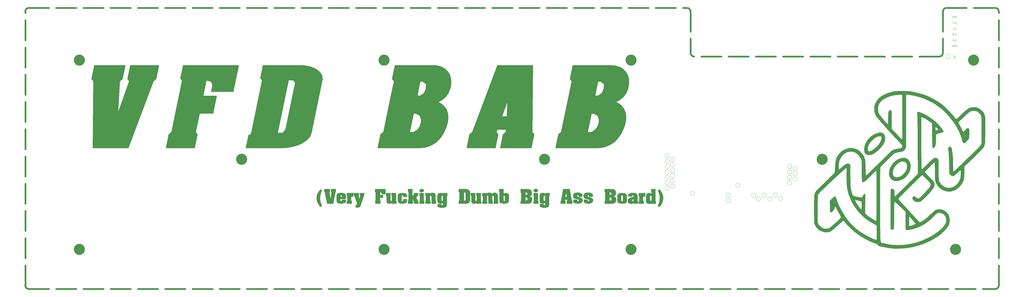
<source format=gbr>
%TF.GenerationSoftware,KiCad,Pcbnew,8.0.8*%
%TF.CreationDate,2025-02-23T09:58:19+01:00*%
%TF.ProjectId,fullsized keybored 3v3,66756c6c-7369-47a6-9564-206b6579626f,rev?*%
%TF.SameCoordinates,Original*%
%TF.FileFunction,Legend,Top*%
%TF.FilePolarity,Positive*%
%FSLAX46Y46*%
G04 Gerber Fmt 4.6, Leading zero omitted, Abs format (unit mm)*
G04 Created by KiCad (PCBNEW 8.0.8) date 2025-02-23 09:58:19*
%MOMM*%
%LPD*%
G01*
G04 APERTURE LIST*
%ADD10C,0.800000*%
%ADD11C,2.431250*%
%ADD12C,0.100000*%
%ADD13C,0.937500*%
%ADD14C,4.000000*%
%ADD15C,0.120000*%
%ADD16C,0.000000*%
G04 APERTURE END LIST*
D10*
X419100000Y-60325000D02*
X410300000Y-60325000D01*
X407100000Y-60325000D02*
X398300000Y-60325000D01*
X395100000Y-60325000D02*
X386300000Y-60325000D01*
X383100000Y-60325000D02*
X374300000Y-60325000D01*
X371100000Y-60325000D02*
X362300000Y-60325000D01*
X359100000Y-60325000D02*
X350300000Y-60325000D01*
X347100000Y-60325000D02*
X338300000Y-60325000D01*
X335100000Y-60325000D02*
X326300000Y-60325000D01*
X323100000Y-60325000D02*
X314300000Y-60325000D01*
X420687500Y-58737500D02*
G75*
G02*
X419100000Y-60325000I-1587500J0D01*
G01*
X309562500Y-40481250D02*
X309562500Y-49281250D01*
X309562500Y-52481250D02*
X309562500Y-58737500D01*
X420687500Y-40481250D02*
X420687500Y-49281250D01*
X420687500Y-52481250D02*
X420687500Y-58737500D01*
X445293750Y-161131250D02*
G75*
G02*
X443706250Y-162718750I-1587500J0D01*
G01*
X443706250Y-38893750D02*
G75*
G02*
X445293750Y-40481250I0J-1587500D01*
G01*
X420687500Y-40481250D02*
G75*
G02*
X422275000Y-38893750I1587500J0D01*
G01*
X311150000Y-60325000D02*
G75*
G02*
X309562500Y-58737500I0J1587500D01*
G01*
X307975000Y-38893750D02*
G75*
G02*
X309562500Y-40481250I0J-1587500D01*
G01*
X16668750Y-40481250D02*
G75*
G02*
X18256250Y-38893750I1587500J0D01*
G01*
X18256250Y-162718750D02*
G75*
G02*
X16668750Y-161131250I0J1587500D01*
G01*
X16668750Y-161131250D02*
X16668750Y-152331250D01*
X16668750Y-149131250D02*
X16668750Y-140331250D01*
X16668750Y-137131250D02*
X16668750Y-128331250D01*
X16668750Y-125131250D02*
X16668750Y-116331250D01*
X16668750Y-113131250D02*
X16668750Y-104331250D01*
X16668750Y-101131250D02*
X16668750Y-92331250D01*
X16668750Y-89131250D02*
X16668750Y-80331250D01*
X16668750Y-77131250D02*
X16668750Y-68331250D01*
X16668750Y-65131250D02*
X16668750Y-56331250D01*
X16668750Y-53131250D02*
X16668750Y-44331250D01*
X16668750Y-41131250D02*
X16668750Y-40481250D01*
X445293750Y-161131250D02*
X445293750Y-152331250D01*
X445293750Y-149131250D02*
X445293750Y-140331250D01*
X445293750Y-137131250D02*
X445293750Y-128331250D01*
X445293750Y-125131250D02*
X445293750Y-116331250D01*
X445293750Y-113131250D02*
X445293750Y-104331250D01*
X445293750Y-101131250D02*
X445293750Y-92331250D01*
X445293750Y-89131250D02*
X445293750Y-80331250D01*
X445293750Y-77131250D02*
X445293750Y-68331250D01*
X445293750Y-65131250D02*
X445293750Y-56331250D01*
X445293750Y-53131250D02*
X445293750Y-44331250D01*
X445293750Y-41131250D02*
X445293750Y-40481250D01*
X422275000Y-38893750D02*
X431075000Y-38893750D01*
X434275000Y-38893750D02*
X443075000Y-38893750D01*
X18256250Y-38893750D02*
X27056250Y-38893750D01*
X30256250Y-38893750D02*
X39056250Y-38893750D01*
X42256250Y-38893750D02*
X51056250Y-38893750D01*
X54256250Y-38893750D02*
X63056250Y-38893750D01*
X66256250Y-38893750D02*
X75056250Y-38893750D01*
X78256250Y-38893750D02*
X87056250Y-38893750D01*
X90256250Y-38893750D02*
X99056250Y-38893750D01*
X102256250Y-38893750D02*
X111056250Y-38893750D01*
X114256250Y-38893750D02*
X123056250Y-38893750D01*
X126256250Y-38893750D02*
X135056250Y-38893750D01*
X138256250Y-38893750D02*
X147056250Y-38893750D01*
X150256250Y-38893750D02*
X159056250Y-38893750D01*
X162256250Y-38893750D02*
X171056250Y-38893750D01*
X174256250Y-38893750D02*
X183056250Y-38893750D01*
X186256250Y-38893750D02*
X195056250Y-38893750D01*
X198256250Y-38893750D02*
X207056250Y-38893750D01*
X210256250Y-38893750D02*
X219056250Y-38893750D01*
X222256250Y-38893750D02*
X231056250Y-38893750D01*
X234256250Y-38893750D02*
X243056250Y-38893750D01*
X246256250Y-38893750D02*
X255056250Y-38893750D01*
X258256250Y-38893750D02*
X267056250Y-38893750D01*
X270256250Y-38893750D02*
X279056250Y-38893750D01*
X282256250Y-38893750D02*
X291056250Y-38893750D01*
X294256250Y-38893750D02*
X303056250Y-38893750D01*
X306256250Y-38893750D02*
X307975000Y-38893750D01*
X18256250Y-162718750D02*
X27056250Y-162718750D01*
X30256250Y-162718750D02*
X39056250Y-162718750D01*
X42256250Y-162718750D02*
X51056250Y-162718750D01*
X54256250Y-162718750D02*
X63056250Y-162718750D01*
X66256250Y-162718750D02*
X75056250Y-162718750D01*
X78256250Y-162718750D02*
X87056250Y-162718750D01*
X90256250Y-162718750D02*
X99056250Y-162718750D01*
X102256250Y-162718750D02*
X111056250Y-162718750D01*
X114256250Y-162718750D02*
X123056250Y-162718750D01*
X126256250Y-162718750D02*
X135056250Y-162718750D01*
X138256250Y-162718750D02*
X147056250Y-162718750D01*
X150256250Y-162718750D02*
X159056250Y-162718750D01*
X162256250Y-162718750D02*
X171056250Y-162718750D01*
X174256250Y-162718750D02*
X183056250Y-162718750D01*
X186256250Y-162718750D02*
X195056250Y-162718750D01*
X198256250Y-162718750D02*
X207056250Y-162718750D01*
X210256250Y-162718750D02*
X219056250Y-162718750D01*
X222256250Y-162718750D02*
X231056250Y-162718750D01*
X234256250Y-162718750D02*
X243056250Y-162718750D01*
X246256250Y-162718750D02*
X255056250Y-162718750D01*
X258256250Y-162718750D02*
X267056250Y-162718750D01*
X270256250Y-162718750D02*
X279056250Y-162718750D01*
X282256250Y-162718750D02*
X291056250Y-162718750D01*
X294256250Y-162718750D02*
X303056250Y-162718750D01*
X306256250Y-162718750D02*
X315056250Y-162718750D01*
X318256250Y-162718750D02*
X327056250Y-162718750D01*
X330256250Y-162718750D02*
X339056250Y-162718750D01*
X342256250Y-162718750D02*
X351056250Y-162718750D01*
X354256250Y-162718750D02*
X363056250Y-162718750D01*
X366256250Y-162718750D02*
X375056250Y-162718750D01*
X378256250Y-162718750D02*
X387056250Y-162718750D01*
X390256250Y-162718750D02*
X399056250Y-162718750D01*
X402256250Y-162718750D02*
X411056250Y-162718750D01*
X414256250Y-162718750D02*
X423056250Y-162718750D01*
X426256250Y-162718750D02*
X435056250Y-162718750D01*
X438256250Y-162718750D02*
X443706250Y-162718750D01*
D11*
X175840625Y-61912500D02*
G75*
G02*
X173409375Y-61912500I-1215625J0D01*
G01*
X173409375Y-61912500D02*
G75*
G02*
X175840625Y-61912500I1215625J0D01*
G01*
D12*
X426631250Y-61118750D02*
X425043750Y-61118750D01*
D11*
X246484375Y-105568750D02*
G75*
G02*
X244053125Y-105568750I-1215625J0D01*
G01*
X244053125Y-105568750D02*
G75*
G02*
X246484375Y-105568750I1215625J0D01*
G01*
X435396875Y-61912500D02*
G75*
G02*
X432965625Y-61912500I-1215625J0D01*
G01*
X432965625Y-61912500D02*
G75*
G02*
X435396875Y-61912500I1215625J0D01*
G01*
X284584375Y-61912500D02*
G75*
G02*
X282153125Y-61912500I-1215625J0D01*
G01*
X282153125Y-61912500D02*
G75*
G02*
X284584375Y-61912500I1215625J0D01*
G01*
X41696875Y-61912500D02*
G75*
G02*
X39265625Y-61912500I-1215625J0D01*
G01*
X39265625Y-61912500D02*
G75*
G02*
X41696875Y-61912500I1215625J0D01*
G01*
X175840625Y-145256250D02*
G75*
G02*
X173409375Y-145256250I-1215625J0D01*
G01*
X173409375Y-145256250D02*
G75*
G02*
X175840625Y-145256250I1215625J0D01*
G01*
X284584375Y-145256250D02*
G75*
G02*
X282153125Y-145256250I-1215625J0D01*
G01*
X282153125Y-145256250D02*
G75*
G02*
X284584375Y-145256250I1215625J0D01*
G01*
X41696875Y-145256250D02*
G75*
G02*
X39265625Y-145256250I-1215625J0D01*
G01*
X39265625Y-145256250D02*
G75*
G02*
X41696875Y-145256250I1215625J0D01*
G01*
X368721875Y-105568750D02*
G75*
G02*
X366290625Y-105568750I-1215625J0D01*
G01*
X366290625Y-105568750D02*
G75*
G02*
X368721875Y-105568750I1215625J0D01*
G01*
X427459375Y-145256250D02*
G75*
G02*
X425028125Y-145256250I-1215625J0D01*
G01*
X425028125Y-145256250D02*
G75*
G02*
X427459375Y-145256250I1215625J0D01*
G01*
X113134375Y-105568750D02*
G75*
G02*
X110703125Y-105568750I-1215625J0D01*
G01*
X110703125Y-105568750D02*
G75*
G02*
X113134375Y-105568750I1215625J0D01*
G01*
D12*
X425272321Y-55189978D02*
X425200893Y-55154264D01*
X425200893Y-55154264D02*
X425093750Y-55154264D01*
X425093750Y-55154264D02*
X424986607Y-55189978D01*
X424986607Y-55189978D02*
X424915178Y-55261407D01*
X424915178Y-55261407D02*
X424879464Y-55332835D01*
X424879464Y-55332835D02*
X424843750Y-55475692D01*
X424843750Y-55475692D02*
X424843750Y-55582835D01*
X424843750Y-55582835D02*
X424879464Y-55725692D01*
X424879464Y-55725692D02*
X424915178Y-55797121D01*
X424915178Y-55797121D02*
X424986607Y-55868550D01*
X424986607Y-55868550D02*
X425093750Y-55904264D01*
X425093750Y-55904264D02*
X425165178Y-55904264D01*
X425165178Y-55904264D02*
X425272321Y-55868550D01*
X425272321Y-55868550D02*
X425308035Y-55832835D01*
X425308035Y-55832835D02*
X425308035Y-55582835D01*
X425308035Y-55582835D02*
X425165178Y-55582835D01*
X425629464Y-55904264D02*
X425629464Y-55154264D01*
X425629464Y-55154264D02*
X426058035Y-55904264D01*
X426058035Y-55904264D02*
X426058035Y-55154264D01*
X426415178Y-55904264D02*
X426415178Y-55154264D01*
X426415178Y-55154264D02*
X426593749Y-55154264D01*
X426593749Y-55154264D02*
X426700892Y-55189978D01*
X426700892Y-55189978D02*
X426772321Y-55261407D01*
X426772321Y-55261407D02*
X426808035Y-55332835D01*
X426808035Y-55332835D02*
X426843749Y-55475692D01*
X426843749Y-55475692D02*
X426843749Y-55582835D01*
X426843749Y-55582835D02*
X426808035Y-55725692D01*
X426808035Y-55725692D02*
X426772321Y-55797121D01*
X426772321Y-55797121D02*
X426700892Y-55868550D01*
X426700892Y-55868550D02*
X426593749Y-55904264D01*
X426593749Y-55904264D02*
X426415178Y-55904264D01*
X424950892Y-52773014D02*
X425415178Y-52773014D01*
X425415178Y-52773014D02*
X425165178Y-53058728D01*
X425165178Y-53058728D02*
X425272321Y-53058728D01*
X425272321Y-53058728D02*
X425343750Y-53094442D01*
X425343750Y-53094442D02*
X425379464Y-53130157D01*
X425379464Y-53130157D02*
X425415178Y-53201585D01*
X425415178Y-53201585D02*
X425415178Y-53380157D01*
X425415178Y-53380157D02*
X425379464Y-53451585D01*
X425379464Y-53451585D02*
X425343750Y-53487300D01*
X425343750Y-53487300D02*
X425272321Y-53523014D01*
X425272321Y-53523014D02*
X425058035Y-53523014D01*
X425058035Y-53523014D02*
X424986607Y-53487300D01*
X424986607Y-53487300D02*
X424950892Y-53451585D01*
X425665178Y-53023014D02*
X425843750Y-53523014D01*
X425843750Y-53523014D02*
X426022321Y-53023014D01*
X426236607Y-52773014D02*
X426700893Y-52773014D01*
X426700893Y-52773014D02*
X426450893Y-53058728D01*
X426450893Y-53058728D02*
X426558036Y-53058728D01*
X426558036Y-53058728D02*
X426629465Y-53094442D01*
X426629465Y-53094442D02*
X426665179Y-53130157D01*
X426665179Y-53130157D02*
X426700893Y-53201585D01*
X426700893Y-53201585D02*
X426700893Y-53380157D01*
X426700893Y-53380157D02*
X426665179Y-53451585D01*
X426665179Y-53451585D02*
X426629465Y-53487300D01*
X426629465Y-53487300D02*
X426558036Y-53523014D01*
X426558036Y-53523014D02*
X426343750Y-53523014D01*
X426343750Y-53523014D02*
X426272322Y-53487300D01*
X426272322Y-53487300D02*
X426236607Y-53451585D01*
X425397321Y-45714085D02*
X425361607Y-45749800D01*
X425361607Y-45749800D02*
X425254464Y-45785514D01*
X425254464Y-45785514D02*
X425183036Y-45785514D01*
X425183036Y-45785514D02*
X425075893Y-45749800D01*
X425075893Y-45749800D02*
X425004464Y-45678371D01*
X425004464Y-45678371D02*
X424968750Y-45606942D01*
X424968750Y-45606942D02*
X424933036Y-45464085D01*
X424933036Y-45464085D02*
X424933036Y-45356942D01*
X424933036Y-45356942D02*
X424968750Y-45214085D01*
X424968750Y-45214085D02*
X425004464Y-45142657D01*
X425004464Y-45142657D02*
X425075893Y-45071228D01*
X425075893Y-45071228D02*
X425183036Y-45035514D01*
X425183036Y-45035514D02*
X425254464Y-45035514D01*
X425254464Y-45035514D02*
X425361607Y-45071228D01*
X425361607Y-45071228D02*
X425397321Y-45106942D01*
X426075893Y-45785514D02*
X425718750Y-45785514D01*
X425718750Y-45785514D02*
X425718750Y-45035514D01*
X426325893Y-45785514D02*
X426325893Y-45035514D01*
X426754464Y-45785514D02*
X426433036Y-45356942D01*
X426754464Y-45035514D02*
X426325893Y-45464085D01*
X425694643Y-59916764D02*
X425337500Y-59916764D01*
X425337500Y-59916764D02*
X425301786Y-60273907D01*
X425301786Y-60273907D02*
X425337500Y-60238192D01*
X425337500Y-60238192D02*
X425408929Y-60202478D01*
X425408929Y-60202478D02*
X425587500Y-60202478D01*
X425587500Y-60202478D02*
X425658929Y-60238192D01*
X425658929Y-60238192D02*
X425694643Y-60273907D01*
X425694643Y-60273907D02*
X425730357Y-60345335D01*
X425730357Y-60345335D02*
X425730357Y-60523907D01*
X425730357Y-60523907D02*
X425694643Y-60595335D01*
X425694643Y-60595335D02*
X425658929Y-60631050D01*
X425658929Y-60631050D02*
X425587500Y-60666764D01*
X425587500Y-60666764D02*
X425408929Y-60666764D01*
X425408929Y-60666764D02*
X425337500Y-60631050D01*
X425337500Y-60631050D02*
X425301786Y-60595335D01*
X425944643Y-59916764D02*
X426194643Y-60666764D01*
X426194643Y-60666764D02*
X426444643Y-59916764D01*
X425433035Y-50941764D02*
X425183035Y-50584621D01*
X425004464Y-50941764D02*
X425004464Y-50191764D01*
X425004464Y-50191764D02*
X425290178Y-50191764D01*
X425290178Y-50191764D02*
X425361607Y-50227478D01*
X425361607Y-50227478D02*
X425397321Y-50263192D01*
X425397321Y-50263192D02*
X425433035Y-50334621D01*
X425433035Y-50334621D02*
X425433035Y-50441764D01*
X425433035Y-50441764D02*
X425397321Y-50513192D01*
X425397321Y-50513192D02*
X425361607Y-50548907D01*
X425361607Y-50548907D02*
X425290178Y-50584621D01*
X425290178Y-50584621D02*
X425004464Y-50584621D01*
X425718750Y-50906050D02*
X425825893Y-50941764D01*
X425825893Y-50941764D02*
X426004464Y-50941764D01*
X426004464Y-50941764D02*
X426075893Y-50906050D01*
X426075893Y-50906050D02*
X426111607Y-50870335D01*
X426111607Y-50870335D02*
X426147321Y-50798907D01*
X426147321Y-50798907D02*
X426147321Y-50727478D01*
X426147321Y-50727478D02*
X426111607Y-50656050D01*
X426111607Y-50656050D02*
X426075893Y-50620335D01*
X426075893Y-50620335D02*
X426004464Y-50584621D01*
X426004464Y-50584621D02*
X425861607Y-50548907D01*
X425861607Y-50548907D02*
X425790178Y-50513192D01*
X425790178Y-50513192D02*
X425754464Y-50477478D01*
X425754464Y-50477478D02*
X425718750Y-50406050D01*
X425718750Y-50406050D02*
X425718750Y-50334621D01*
X425718750Y-50334621D02*
X425754464Y-50263192D01*
X425754464Y-50263192D02*
X425790178Y-50227478D01*
X425790178Y-50227478D02*
X425861607Y-50191764D01*
X425861607Y-50191764D02*
X426040178Y-50191764D01*
X426040178Y-50191764D02*
X426147321Y-50227478D01*
X426361607Y-50191764D02*
X426790179Y-50191764D01*
X426575893Y-50941764D02*
X426575893Y-50191764D01*
D13*
G36*
X147349306Y-119302166D02*
G01*
X147208216Y-119632992D01*
X147079868Y-119959973D01*
X146964263Y-120283106D01*
X146845496Y-120655233D01*
X146744072Y-121022124D01*
X146661466Y-121381722D01*
X146599149Y-121733466D01*
X146557121Y-122077356D01*
X146533933Y-122460756D01*
X146532070Y-122601886D01*
X146532070Y-122690791D01*
X146532070Y-122788244D01*
X146521811Y-122892535D01*
X146521811Y-122986569D01*
X146526940Y-123256701D01*
X146550876Y-123518286D01*
X146601633Y-123882699D01*
X146679104Y-124251453D01*
X146771668Y-124587043D01*
X146807331Y-124699688D01*
X146929693Y-125044280D01*
X147058215Y-125362391D01*
X147205329Y-125691615D01*
X147349306Y-125988802D01*
X146590199Y-126590616D01*
X146516682Y-126506841D01*
X146453423Y-126433324D01*
X146224764Y-126170182D01*
X146073870Y-125969995D01*
X145876179Y-125678779D01*
X145733640Y-125448537D01*
X145548992Y-125142928D01*
X145388280Y-124838174D01*
X145247751Y-124522013D01*
X145172858Y-124315006D01*
X145079332Y-123966147D01*
X145015566Y-123685836D01*
X144953519Y-123336944D01*
X144916403Y-123025892D01*
X144901016Y-122808760D01*
X144897596Y-122591628D01*
X144901016Y-122381335D01*
X144916403Y-122167623D01*
X144963901Y-121825509D01*
X145037578Y-121487322D01*
X145063437Y-121391419D01*
X145172270Y-121062348D01*
X145317929Y-120726477D01*
X145350667Y-120661377D01*
X145442991Y-120469891D01*
X145537024Y-120278404D01*
X145713856Y-119966132D01*
X145908183Y-119654424D01*
X146003772Y-119510749D01*
X146208856Y-119227767D01*
X146431732Y-118955844D01*
X146590199Y-118780707D01*
X147349306Y-119302166D01*
G37*
G36*
X148291351Y-118686674D02*
G01*
X150813158Y-118686674D01*
X150813158Y-119857818D01*
X150649027Y-119989465D01*
X150596026Y-120179242D01*
X150596026Y-120199758D01*
X150596026Y-120218565D01*
X150596026Y-120244210D01*
X150596026Y-120276694D01*
X150609704Y-120355341D01*
X150625091Y-120433987D01*
X150635349Y-120533149D01*
X150645608Y-120611796D01*
X151049097Y-123084022D01*
X151403005Y-120611796D01*
X151408134Y-120533149D01*
X151423521Y-120433987D01*
X151437199Y-120355341D01*
X151442328Y-120276694D01*
X151442328Y-120244210D01*
X151442328Y-120218565D01*
X151442328Y-120199758D01*
X151442328Y-120179242D01*
X151387617Y-119989465D01*
X151225196Y-119857818D01*
X151225196Y-118686674D01*
X153451225Y-118686674D01*
X153451225Y-119859528D01*
X153271778Y-120151187D01*
X153268287Y-120162145D01*
X153178154Y-120500425D01*
X153165705Y-120553666D01*
X152288629Y-125142501D01*
X149512077Y-125142501D01*
X148645259Y-120789604D01*
X148585332Y-120440625D01*
X148517031Y-120218565D01*
X148341480Y-119912348D01*
X148291351Y-119861237D01*
X148291351Y-118686674D01*
G37*
G36*
X156161848Y-120345403D02*
G01*
X156526548Y-120397656D01*
X156872228Y-120484744D01*
X157198887Y-120606667D01*
X157506333Y-120805079D01*
X157713160Y-121086798D01*
X157819368Y-121451826D01*
X157834896Y-121690616D01*
X157834896Y-123172926D01*
X155432767Y-123172926D01*
X155432767Y-123636255D01*
X155505784Y-123976642D01*
X155521672Y-123998711D01*
X155718287Y-124109842D01*
X155742223Y-124109842D01*
X155767869Y-124109842D01*
X155935419Y-124005550D01*
X156014065Y-123803805D01*
X156014065Y-123400316D01*
X157834896Y-123400316D01*
X157834896Y-124573170D01*
X157771637Y-124626171D01*
X157698120Y-124670623D01*
X157373041Y-124824576D01*
X157026346Y-124939767D01*
X156998852Y-124947595D01*
X156659771Y-125030301D01*
X156306745Y-125093774D01*
X156063647Y-125125404D01*
X155860192Y-125139081D01*
X155658448Y-125142501D01*
X155309228Y-125117296D01*
X154942828Y-125061453D01*
X154578181Y-124962772D01*
X154236926Y-124807306D01*
X154171009Y-124766367D01*
X153901431Y-124507875D01*
X153744177Y-124195005D01*
X153672289Y-123853091D01*
X153659809Y-123608900D01*
X153659809Y-122119751D01*
X155432767Y-122119751D01*
X156132035Y-122119751D01*
X156109131Y-121770735D01*
X156067066Y-121600002D01*
X155778127Y-121422193D01*
X155496026Y-121600002D01*
X155437771Y-121939702D01*
X155432767Y-122119751D01*
X153659809Y-122119751D01*
X153659809Y-121882103D01*
X153686152Y-121495390D01*
X153780773Y-121130369D01*
X153969478Y-120817815D01*
X154210332Y-120627183D01*
X154557613Y-120482551D01*
X154927843Y-120393727D01*
X155299304Y-120346685D01*
X155652991Y-120329154D01*
X155778127Y-120327985D01*
X156161848Y-120345403D01*
G37*
G36*
X158216159Y-120437406D02*
G01*
X160156668Y-120437406D01*
X160156668Y-120733184D01*
X160194282Y-120683603D01*
X160235314Y-120634022D01*
X160471253Y-120413470D01*
X160803923Y-120310808D01*
X160866194Y-120309179D01*
X160939711Y-120309179D01*
X161023486Y-120309179D01*
X161091874Y-120319437D01*
X161151714Y-120329695D01*
X161151714Y-121998362D01*
X161086745Y-121984685D01*
X161023486Y-121979556D01*
X160958518Y-121969297D01*
X160895259Y-121969297D01*
X160552385Y-122039983D01*
X160387478Y-122133429D01*
X160179208Y-122418100D01*
X160156668Y-122586499D01*
X160156668Y-123490930D01*
X160211973Y-123832570D01*
X160240444Y-123889290D01*
X160452446Y-124077357D01*
X160452446Y-125142501D01*
X158216159Y-125142501D01*
X158216159Y-124089325D01*
X158423033Y-123814064D01*
X158452097Y-123508027D01*
X158452097Y-122032556D01*
X158378580Y-121723101D01*
X158216159Y-121511098D01*
X158216159Y-120437406D01*
G37*
G36*
X161288490Y-120437406D02*
G01*
X163632488Y-120437406D01*
X163632488Y-121511098D01*
X163509390Y-121576066D01*
X163446131Y-121687197D01*
X163446131Y-121712842D01*
X163446131Y-121736778D01*
X163464938Y-121895780D01*
X163514519Y-122071879D01*
X163533326Y-122150526D01*
X163553842Y-122220623D01*
X163569229Y-122275334D01*
X163574358Y-122328334D01*
X163810297Y-123085731D01*
X163986396Y-122328334D01*
X163991525Y-122275334D01*
X164006913Y-122220623D01*
X164022300Y-122155655D01*
X164035977Y-122092396D01*
X164075301Y-121904329D01*
X164095817Y-121736778D01*
X164095817Y-121712842D01*
X164095817Y-121687197D01*
X164046236Y-121576066D01*
X163928266Y-121511098D01*
X163928266Y-120437406D01*
X165926906Y-120437406D01*
X165926906Y-121500840D01*
X165725161Y-121776101D01*
X165606978Y-122104845D01*
X165591804Y-122155655D01*
X165591804Y-122176171D01*
X165581546Y-122184720D01*
X165552481Y-122302689D01*
X165513158Y-122418949D01*
X164567694Y-125328858D01*
X164461706Y-125662750D01*
X164454854Y-125682766D01*
X164350562Y-125976834D01*
X164198000Y-126290076D01*
X164051365Y-126486325D01*
X163771919Y-126690106D01*
X163572649Y-126780393D01*
X163346968Y-126847071D01*
X163080255Y-126882975D01*
X162982802Y-126893233D01*
X162883640Y-126893233D01*
X162823800Y-126893233D01*
X162775929Y-126893233D01*
X162427776Y-126847928D01*
X162367310Y-126833394D01*
X162047596Y-126735941D01*
X162047596Y-125646862D01*
X162389982Y-125583448D01*
X162548538Y-125481021D01*
X162735163Y-125188182D01*
X162746864Y-125142501D01*
X161869788Y-122711307D01*
X161757789Y-122376700D01*
X161736431Y-122307818D01*
X161623591Y-121979556D01*
X161485105Y-121687197D01*
X161298748Y-121500840D01*
X161288490Y-120437406D01*
G37*
G36*
X170620032Y-118686674D02*
G01*
X175318287Y-118686674D01*
X175318287Y-120984510D01*
X173553877Y-120984510D01*
X173553877Y-120604957D01*
X173441304Y-120275466D01*
X173406843Y-120256178D01*
X173082000Y-120170693D01*
X173066612Y-120162145D01*
X173061483Y-120162145D01*
X172987966Y-120157016D01*
X172914449Y-120141628D01*
X172914449Y-121276869D01*
X174155691Y-121276869D01*
X174155691Y-122516401D01*
X172914449Y-122516401D01*
X172914449Y-123364413D01*
X172938385Y-123675578D01*
X173092258Y-123954259D01*
X173092258Y-125142501D01*
X170679871Y-125142501D01*
X170679871Y-123983324D01*
X170866229Y-123764482D01*
X170915810Y-123466995D01*
X170915810Y-120437406D01*
X170842002Y-120095593D01*
X170837164Y-120088628D01*
X170620032Y-119936464D01*
X170620032Y-118686674D01*
G37*
G36*
X175448224Y-120437406D02*
G01*
X177339153Y-120437406D01*
X177462251Y-120688732D01*
X177506703Y-121028962D01*
X177506703Y-123027602D01*
X177521236Y-123384074D01*
X177564833Y-123687546D01*
X177778604Y-123960388D01*
X177812739Y-123962808D01*
X177915321Y-123938872D01*
X178048678Y-123873903D01*
X178072614Y-123868774D01*
X178098259Y-123855096D01*
X178098259Y-121914587D01*
X178053807Y-121654713D01*
X177901644Y-121482033D01*
X177881127Y-121466646D01*
X177862321Y-121451258D01*
X177862321Y-120437406D01*
X179920799Y-120437406D01*
X179920799Y-123508027D01*
X179965726Y-123854913D01*
X179968671Y-123863645D01*
X180146480Y-124089325D01*
X180146480Y-125142501D01*
X178098259Y-125142501D01*
X178098259Y-124906562D01*
X178048678Y-124945885D01*
X177970032Y-124995466D01*
X177646899Y-125108600D01*
X177587059Y-125123694D01*
X177233737Y-125174955D01*
X177024568Y-125181824D01*
X176666706Y-125160025D01*
X176306834Y-125071468D01*
X176003256Y-124875280D01*
X175966264Y-124833045D01*
X175795400Y-124514399D01*
X175713255Y-124163644D01*
X175686147Y-123781726D01*
X175685873Y-123735417D01*
X175685873Y-121972717D01*
X175641421Y-121658132D01*
X175478999Y-121471775D01*
X175463612Y-121456387D01*
X175448224Y-121451258D01*
X175448224Y-120437406D01*
G37*
G36*
X180602970Y-123625997D02*
G01*
X180602970Y-121974427D01*
X180628188Y-121612504D01*
X180716845Y-121263841D01*
X180890219Y-120949082D01*
X181006459Y-120820379D01*
X181295767Y-120635251D01*
X181657609Y-120521556D01*
X182055039Y-120461342D01*
X182455730Y-120438902D01*
X182601609Y-120437406D01*
X182654610Y-120437406D01*
X182709320Y-120437406D01*
X183068791Y-120452600D01*
X183420582Y-120487495D01*
X183764692Y-120542092D01*
X183832593Y-120555376D01*
X184174897Y-120654441D01*
X184479197Y-120816890D01*
X184660088Y-120975962D01*
X184660088Y-122181300D01*
X183015356Y-122181300D01*
X183015356Y-121885522D01*
X182981162Y-121565808D01*
X182719578Y-121422193D01*
X182434058Y-121577776D01*
X182366739Y-121928211D01*
X182365670Y-121991524D01*
X182365670Y-123441349D01*
X182387790Y-123783716D01*
X182404993Y-123882452D01*
X182661448Y-124070519D01*
X182950388Y-123911517D01*
X183014341Y-123560894D01*
X183015356Y-123499479D01*
X183015356Y-123084022D01*
X184660088Y-123084022D01*
X184660088Y-124523589D01*
X184373579Y-124741042D01*
X184162565Y-124848432D01*
X183838991Y-124971532D01*
X183547073Y-125055306D01*
X183198037Y-125107356D01*
X183102551Y-125118565D01*
X182754360Y-125142127D01*
X182709320Y-125142501D01*
X182483640Y-125152759D01*
X182350283Y-125133952D01*
X182216926Y-125123694D01*
X181850877Y-125066893D01*
X181502860Y-124967016D01*
X181172874Y-124824062D01*
X181109041Y-124790302D01*
X180842167Y-124557589D01*
X180686491Y-124246222D01*
X180615325Y-123888387D01*
X180602970Y-123625997D01*
G37*
G36*
X185109739Y-118686674D02*
G01*
X187168217Y-118686674D01*
X187168217Y-121736778D01*
X187415431Y-121490892D01*
X187580255Y-121264901D01*
X187688046Y-120930307D01*
X187689676Y-120909283D01*
X187699934Y-120827218D01*
X187699934Y-120733184D01*
X187699934Y-120437406D01*
X189698573Y-120437406D01*
X189698573Y-121451258D01*
X189536152Y-121545292D01*
X189394247Y-121676939D01*
X189339536Y-121736778D01*
X189284826Y-121796618D01*
X188823207Y-122436046D01*
X189402795Y-123675578D01*
X189491700Y-123829451D01*
X189609669Y-123942291D01*
X189683186Y-123991872D01*
X189748155Y-124029486D01*
X189748155Y-125142501D01*
X188103423Y-125142501D01*
X187168217Y-123084022D01*
X187168217Y-123615738D01*
X187221218Y-123843129D01*
X187404156Y-124029486D01*
X187404156Y-125142501D01*
X185109739Y-125142501D01*
X185109739Y-124029486D01*
X185316612Y-123803805D01*
X185345677Y-123449898D01*
X185345677Y-120437406D01*
X185340548Y-120295501D01*
X185326871Y-120133080D01*
X185256773Y-119926206D01*
X185109739Y-119779172D01*
X185109739Y-118686674D01*
G37*
G36*
X190165321Y-120437406D02*
G01*
X192163961Y-120437406D01*
X192163961Y-123508027D01*
X192204681Y-123848221D01*
X192213542Y-123877323D01*
X192389641Y-124029486D01*
X192389641Y-125142501D01*
X190165321Y-125142501D01*
X190165321Y-124089325D01*
X190307227Y-123950840D01*
X190341421Y-123764482D01*
X190341421Y-122032556D01*
X190312356Y-121765843D01*
X190223451Y-121618809D01*
X190194386Y-121594873D01*
X190165321Y-121569228D01*
X190165321Y-120437406D01*
G37*
G36*
X190223451Y-119355166D02*
G01*
X190297277Y-119018422D01*
X190485035Y-118804643D01*
X190799333Y-118644218D01*
X191071462Y-118587511D01*
X191134721Y-118577253D01*
X191208238Y-118577253D01*
X191223626Y-118577253D01*
X191239013Y-118577253D01*
X191589183Y-118637852D01*
X191873312Y-118773868D01*
X192100097Y-119030741D01*
X192163961Y-119355166D01*
X192096716Y-119694218D01*
X191857924Y-119960400D01*
X191530944Y-120104015D01*
X191183252Y-120151699D01*
X191158657Y-120151886D01*
X190816675Y-120100044D01*
X190510693Y-119930464D01*
X190493584Y-119915948D01*
X190282807Y-119639320D01*
X190223451Y-119355166D01*
G37*
G36*
X192791421Y-120437406D02*
G01*
X194849899Y-120437406D01*
X194849899Y-120615215D01*
X194928545Y-120567343D01*
X194996933Y-120516052D01*
X195326184Y-120389161D01*
X195521811Y-120355341D01*
X195865327Y-120332200D01*
X196010786Y-120329695D01*
X196361979Y-120354746D01*
X196709609Y-120459091D01*
X196841700Y-120541698D01*
X197092885Y-120790479D01*
X197212705Y-120998188D01*
X197296480Y-121319611D01*
X197311867Y-121569228D01*
X197311867Y-123449898D01*
X197346856Y-123794402D01*
X197364868Y-123853387D01*
X197547806Y-124089325D01*
X197547806Y-125142501D01*
X195547457Y-125142501D01*
X195523857Y-124798029D01*
X195504821Y-124451354D01*
X195497876Y-124270554D01*
X195490963Y-123912438D01*
X195489327Y-123665320D01*
X195489327Y-122186429D01*
X195489327Y-122171042D01*
X195489327Y-122157364D01*
X195387446Y-121825576D01*
X195374777Y-121805166D01*
X195096096Y-121641035D01*
X194976417Y-121661551D01*
X194849899Y-121711133D01*
X194849899Y-123496059D01*
X194897771Y-123798676D01*
X195075580Y-124020937D01*
X195075580Y-125142501D01*
X192791421Y-125142501D01*
X192791421Y-124029486D01*
X192982907Y-123803805D01*
X193017101Y-123499479D01*
X193017101Y-123473833D01*
X193017101Y-123449898D01*
X193017101Y-122032556D01*
X192972649Y-121731649D01*
X192791421Y-121569228D01*
X192791421Y-120437406D01*
G37*
G36*
X199843933Y-120408341D02*
G01*
X200175621Y-120493192D01*
X200197841Y-120502375D01*
X200490590Y-120686076D01*
X200543200Y-120733184D01*
X200543200Y-120437406D01*
X202541839Y-120437406D01*
X202541839Y-121488872D01*
X202358901Y-121695745D01*
X202305901Y-122000072D01*
X202305901Y-125210888D01*
X202288229Y-125606450D01*
X202222943Y-125993338D01*
X202089427Y-126337122D01*
X201864117Y-126598450D01*
X201803249Y-126638488D01*
X201486292Y-126784577D01*
X201147103Y-126880374D01*
X200805960Y-126937899D01*
X200423419Y-126970881D01*
X200365391Y-126973589D01*
X200179034Y-126983847D01*
X199867869Y-126958202D01*
X199537896Y-126915459D01*
X199182412Y-126833227D01*
X198840018Y-126724160D01*
X198744596Y-126688069D01*
X198416761Y-126535906D01*
X198188943Y-126373484D01*
X198188943Y-125270728D01*
X199893514Y-125270728D01*
X199928075Y-125620749D01*
X199932837Y-125640023D01*
X200187582Y-125793896D01*
X200478231Y-125684475D01*
X200543200Y-125409214D01*
X200543200Y-124807399D01*
X200241672Y-124979361D01*
X200098678Y-125039919D01*
X199749028Y-125125570D01*
X199469508Y-125142501D01*
X199108313Y-125114641D01*
X198768844Y-125018337D01*
X198470636Y-124832951D01*
X198424882Y-124790302D01*
X198209219Y-124491532D01*
X198098969Y-124156832D01*
X198070974Y-123839709D01*
X198070974Y-122131719D01*
X199893514Y-122131719D01*
X199893514Y-123191733D01*
X199911367Y-123540483D01*
X199956773Y-123757644D01*
X200218357Y-123942291D01*
X200315810Y-123926904D01*
X200433779Y-123892710D01*
X200449167Y-123887581D01*
X200464554Y-123882452D01*
X200502167Y-123872193D01*
X200543200Y-123861935D01*
X200543200Y-121711133D01*
X200478231Y-121690616D01*
X200414973Y-121671810D01*
X200320939Y-121646164D01*
X200247422Y-121641035D01*
X199990967Y-121760714D01*
X199893895Y-122100817D01*
X199893514Y-122131719D01*
X198070974Y-122131719D01*
X198070974Y-121998362D01*
X198089637Y-121626573D01*
X198154151Y-121257251D01*
X198278342Y-120904221D01*
X198306913Y-120846025D01*
X198543668Y-120585155D01*
X198888279Y-120441968D01*
X199252685Y-120391852D01*
X199409669Y-120387825D01*
X199626801Y-120387825D01*
X199843933Y-120408341D01*
G37*
G36*
X210762077Y-118696932D02*
G01*
X211071532Y-118727706D01*
X211418414Y-118808650D01*
X211745261Y-118951036D01*
X212052072Y-119154864D01*
X212111030Y-119203003D01*
X212337482Y-119473693D01*
X212476555Y-119797414D01*
X212550209Y-120144834D01*
X212577658Y-120490287D01*
X212579488Y-120615215D01*
X212579488Y-123143861D01*
X212579488Y-123278928D01*
X212569229Y-123410574D01*
X212518169Y-123767503D01*
X212409225Y-124107391D01*
X212242399Y-124430239D01*
X212124707Y-124602235D01*
X211873168Y-124838601D01*
X211522038Y-125007434D01*
X211133105Y-125099765D01*
X210739046Y-125137752D01*
X210521009Y-125142501D01*
X207467485Y-125142501D01*
X207467485Y-123971356D01*
X207671600Y-123795257D01*
X209821742Y-123795257D01*
X209864484Y-123800386D01*
X209919194Y-123805515D01*
X209963647Y-123820902D01*
X210008099Y-123824322D01*
X210342192Y-123713125D01*
X210362007Y-123697804D01*
X210513400Y-123382662D01*
X210521009Y-123253282D01*
X210521009Y-120615215D01*
X210420991Y-120284068D01*
X210343200Y-120230533D01*
X210001926Y-120158107D01*
X209821742Y-120151886D01*
X209821742Y-123795257D01*
X207671600Y-123795257D01*
X207729069Y-123745676D01*
X207763229Y-123403552D01*
X207763263Y-123390058D01*
X207763263Y-120437406D01*
X207758134Y-120341663D01*
X207734198Y-120225404D01*
X207643584Y-120023659D01*
X207467485Y-119900561D01*
X207467485Y-118686674D01*
X210461169Y-118686674D01*
X210762077Y-118696932D01*
G37*
G36*
X212788071Y-120437406D02*
G01*
X214678999Y-120437406D01*
X214802097Y-120688732D01*
X214846550Y-121028962D01*
X214846550Y-123027602D01*
X214861082Y-123384074D01*
X214904679Y-123687546D01*
X215118450Y-123960388D01*
X215152586Y-123962808D01*
X215255168Y-123938872D01*
X215388525Y-123873903D01*
X215412460Y-123868774D01*
X215438106Y-123855096D01*
X215438106Y-121914587D01*
X215393654Y-121654713D01*
X215241490Y-121482033D01*
X215220974Y-121466646D01*
X215202167Y-121451258D01*
X215202167Y-120437406D01*
X217260646Y-120437406D01*
X217260646Y-123508027D01*
X217305572Y-123854913D01*
X217308518Y-123863645D01*
X217486326Y-124089325D01*
X217486326Y-125142501D01*
X215438106Y-125142501D01*
X215438106Y-124906562D01*
X215388525Y-124945885D01*
X215309878Y-124995466D01*
X214986745Y-125108600D01*
X214926906Y-125123694D01*
X214573584Y-125174955D01*
X214364414Y-125181824D01*
X214006553Y-125160025D01*
X213646681Y-125071468D01*
X213343102Y-124875280D01*
X213306110Y-124833045D01*
X213135247Y-124514399D01*
X213053101Y-124163644D01*
X213025993Y-123781726D01*
X213025719Y-123735417D01*
X213025719Y-121972717D01*
X212981267Y-121658132D01*
X212818846Y-121471775D01*
X212803458Y-121456387D01*
X212788071Y-121451258D01*
X212788071Y-120437406D01*
G37*
G36*
X217882977Y-120437406D02*
G01*
X219881616Y-120437406D01*
X219881616Y-120673345D01*
X220018392Y-120565634D01*
X220156878Y-120476729D01*
X220480326Y-120336350D01*
X220541560Y-120319437D01*
X220885295Y-120272228D01*
X220994631Y-120269856D01*
X221342782Y-120290172D01*
X221408378Y-120300630D01*
X221733221Y-120437406D01*
X221890513Y-120560505D01*
X222058064Y-120733184D01*
X222076871Y-120717797D01*
X222097387Y-120704119D01*
X222395095Y-120526444D01*
X222639362Y-120403212D01*
X222984706Y-120299158D01*
X223332149Y-120269986D01*
X223359146Y-120269856D01*
X223716580Y-120298239D01*
X224054219Y-120395028D01*
X224333675Y-120560505D01*
X224555588Y-120838598D01*
X224669035Y-121199121D01*
X224697841Y-121569228D01*
X224697841Y-123449898D01*
X224730190Y-123794718D01*
X224750841Y-123872193D01*
X224933779Y-124089325D01*
X224933779Y-125142501D01*
X222994980Y-125142501D01*
X222966135Y-124779583D01*
X222946794Y-124424927D01*
X222945398Y-124385103D01*
X222936583Y-124029940D01*
X222935140Y-123853387D01*
X222935140Y-122123170D01*
X222930011Y-122039395D01*
X222916333Y-121945362D01*
X222817171Y-121735069D01*
X222570974Y-121641035D01*
X222442746Y-121651293D01*
X222295712Y-121680358D01*
X222295712Y-123569577D01*
X222343584Y-123868774D01*
X222521393Y-124089325D01*
X222521393Y-125142501D01*
X220580883Y-125142501D01*
X220552039Y-124779583D01*
X220532698Y-124424927D01*
X220531302Y-124385103D01*
X220522486Y-124029139D01*
X220521044Y-123853387D01*
X220521044Y-122208655D01*
X220521044Y-122095815D01*
X220502237Y-121972717D01*
X220408204Y-121726520D01*
X220156878Y-121617099D01*
X220033779Y-121637616D01*
X219881616Y-121676939D01*
X219881616Y-123567867D01*
X219936326Y-123911517D01*
X220119264Y-124089325D01*
X220119264Y-125142501D01*
X217882977Y-125142501D01*
X217882977Y-124089325D01*
X218089850Y-123814064D01*
X218118915Y-123508027D01*
X218118915Y-122208655D01*
X218079412Y-121867884D01*
X218059076Y-121796618D01*
X217824847Y-121569228D01*
X217882977Y-120437406D01*
G37*
G36*
X227258971Y-120663087D02*
G01*
X227580249Y-120536696D01*
X227691525Y-120505794D01*
X228035370Y-120448693D01*
X228301888Y-120437406D01*
X228469439Y-120437406D01*
X228821624Y-120472963D01*
X229143154Y-120592855D01*
X229341386Y-120738313D01*
X229536211Y-121020975D01*
X229635810Y-121380194D01*
X229661100Y-121745327D01*
X229661100Y-123624287D01*
X229635656Y-123966938D01*
X229528170Y-124332958D01*
X229310083Y-124641305D01*
X229129383Y-124776625D01*
X228822448Y-124929867D01*
X228463011Y-125051282D01*
X228122957Y-125116588D01*
X227966787Y-125132242D01*
X227814624Y-125137371D01*
X227662460Y-125142501D01*
X227494910Y-125142501D01*
X227327359Y-125132242D01*
X226970569Y-125101160D01*
X226605879Y-125038476D01*
X226434896Y-124998886D01*
X226080507Y-124879554D01*
X225766817Y-124729054D01*
X225470221Y-124553918D01*
X225436431Y-124532138D01*
X225436431Y-121740198D01*
X227258971Y-121740198D01*
X227258971Y-122497595D01*
X227258971Y-123856806D01*
X227282907Y-123872193D01*
X227308552Y-123877323D01*
X227460716Y-123926904D01*
X227573556Y-123945711D01*
X227819753Y-123793547D01*
X227895634Y-123444702D01*
X227898399Y-123335348D01*
X227898399Y-122094106D01*
X227815752Y-121758710D01*
X227804365Y-121745327D01*
X227594072Y-121641035D01*
X227474393Y-121661551D01*
X227327359Y-121711133D01*
X227293165Y-121721391D01*
X227258971Y-121740198D01*
X225436431Y-121740198D01*
X225436431Y-120437406D01*
X225398470Y-120094451D01*
X225386850Y-120057853D01*
X225200492Y-119874915D01*
X225200492Y-118686674D01*
X227258971Y-118686674D01*
X227258971Y-120663087D01*
G37*
G36*
X237535350Y-118695209D02*
G01*
X237893786Y-118720814D01*
X238235151Y-118763490D01*
X238611836Y-118834853D01*
X238965287Y-118929451D01*
X239270398Y-119084590D01*
X239500570Y-119337575D01*
X239655802Y-119688407D01*
X239729212Y-120066999D01*
X239748329Y-120437406D01*
X239719844Y-120801400D01*
X239623793Y-121154707D01*
X239507261Y-121389709D01*
X239256936Y-121659808D01*
X238929194Y-121818971D01*
X238695154Y-121871845D01*
X239059133Y-121954157D01*
X239374660Y-122123766D01*
X239601295Y-122376206D01*
X239763823Y-122708556D01*
X239851339Y-123064467D01*
X239868008Y-123314831D01*
X239868008Y-123487511D01*
X239816542Y-123851953D01*
X239706381Y-124187453D01*
X239537527Y-124494012D01*
X239418357Y-124651817D01*
X239116562Y-124889012D01*
X238782349Y-125019830D01*
X238426598Y-125094582D01*
X238081285Y-125130521D01*
X237691560Y-125142501D01*
X234697876Y-125142501D01*
X234697876Y-124000421D01*
X234952728Y-123770814D01*
X234953888Y-123766192D01*
X236932453Y-123766192D01*
X237286231Y-123742525D01*
X237558204Y-123658481D01*
X237737722Y-123351056D01*
X237749690Y-123184894D01*
X237749690Y-122998537D01*
X237671720Y-122657166D01*
X237542816Y-122501014D01*
X237212984Y-122410286D01*
X237120520Y-122406981D01*
X236932453Y-122406981D01*
X236932453Y-123766192D01*
X234953888Y-123766192D01*
X234957750Y-123750805D01*
X234991810Y-123402487D01*
X234991944Y-123376380D01*
X234991944Y-121225578D01*
X236932453Y-121225578D01*
X237280377Y-121213610D01*
X237537687Y-121177706D01*
X237749690Y-120919542D01*
X237749690Y-120782766D01*
X237664482Y-120448548D01*
X237517171Y-120295501D01*
X237178961Y-120212579D01*
X236932453Y-120201468D01*
X236932453Y-121225578D01*
X234991944Y-121225578D01*
X234991944Y-120782766D01*
X234991944Y-120698990D01*
X234991944Y-120615215D01*
X234928685Y-120280114D01*
X234697876Y-120083498D01*
X234697876Y-118686674D01*
X237159843Y-118686674D01*
X237535350Y-118695209D01*
G37*
G36*
X240389467Y-120437406D02*
G01*
X242388106Y-120437406D01*
X242388106Y-123508027D01*
X242428826Y-123848221D01*
X242437687Y-123877323D01*
X242613786Y-124029486D01*
X242613786Y-125142501D01*
X240389467Y-125142501D01*
X240389467Y-124089325D01*
X240531372Y-123950840D01*
X240565566Y-123764482D01*
X240565566Y-122032556D01*
X240536501Y-121765843D01*
X240447596Y-121618809D01*
X240418531Y-121594873D01*
X240389467Y-121569228D01*
X240389467Y-120437406D01*
G37*
G36*
X240447596Y-119355166D02*
G01*
X240521422Y-119018422D01*
X240709180Y-118804643D01*
X241023478Y-118644218D01*
X241295608Y-118587511D01*
X241358866Y-118577253D01*
X241432384Y-118577253D01*
X241447771Y-118577253D01*
X241463158Y-118577253D01*
X241813328Y-118637852D01*
X242097457Y-118773868D01*
X242324243Y-119030741D01*
X242388106Y-119355166D01*
X242320862Y-119694218D01*
X242082070Y-119960400D01*
X241755089Y-120104015D01*
X241407398Y-120151699D01*
X241382802Y-120151886D01*
X241040821Y-120100044D01*
X240734838Y-119930464D01*
X240717729Y-119915948D01*
X240506952Y-119639320D01*
X240447596Y-119355166D01*
G37*
G36*
X244856913Y-120408341D02*
G01*
X245188601Y-120493192D01*
X245210820Y-120502375D01*
X245503570Y-120686076D01*
X245556180Y-120733184D01*
X245556180Y-120437406D01*
X247554819Y-120437406D01*
X247554819Y-121488872D01*
X247371881Y-121695745D01*
X247318880Y-122000072D01*
X247318880Y-125210888D01*
X247301209Y-125606450D01*
X247235923Y-125993338D01*
X247102406Y-126337122D01*
X246877097Y-126598450D01*
X246816229Y-126638488D01*
X246499271Y-126784577D01*
X246160083Y-126880374D01*
X245818939Y-126937899D01*
X245436399Y-126970881D01*
X245378371Y-126973589D01*
X245192014Y-126983847D01*
X244880848Y-126958202D01*
X244550876Y-126915459D01*
X244195392Y-126833227D01*
X243852998Y-126724160D01*
X243757575Y-126688069D01*
X243429740Y-126535906D01*
X243201923Y-126373484D01*
X243201923Y-125270728D01*
X244906494Y-125270728D01*
X244941055Y-125620749D01*
X244945817Y-125640023D01*
X245200562Y-125793896D01*
X245491211Y-125684475D01*
X245556180Y-125409214D01*
X245556180Y-124807399D01*
X245254651Y-124979361D01*
X245111658Y-125039919D01*
X244762007Y-125125570D01*
X244482488Y-125142501D01*
X244121292Y-125114641D01*
X243781823Y-125018337D01*
X243483616Y-124832951D01*
X243437862Y-124790302D01*
X243222199Y-124491532D01*
X243111948Y-124156832D01*
X243083954Y-123839709D01*
X243083954Y-122131719D01*
X244906494Y-122131719D01*
X244906494Y-123191733D01*
X244924347Y-123540483D01*
X244969753Y-123757644D01*
X245231337Y-123942291D01*
X245328790Y-123926904D01*
X245446759Y-123892710D01*
X245462146Y-123887581D01*
X245477534Y-123882452D01*
X245515147Y-123872193D01*
X245556180Y-123861935D01*
X245556180Y-121711133D01*
X245491211Y-121690616D01*
X245427952Y-121671810D01*
X245333919Y-121646164D01*
X245260402Y-121641035D01*
X245003947Y-121760714D01*
X244906874Y-122100817D01*
X244906494Y-122131719D01*
X243083954Y-122131719D01*
X243083954Y-121998362D01*
X243102617Y-121626573D01*
X243167131Y-121257251D01*
X243291322Y-120904221D01*
X243319892Y-120846025D01*
X243556647Y-120585155D01*
X243901259Y-120441968D01*
X244265665Y-120391852D01*
X244422649Y-120387825D01*
X244639781Y-120387825D01*
X244856913Y-120408341D01*
G37*
G36*
X257238559Y-123378090D02*
G01*
X257348555Y-123710420D01*
X257375335Y-123764482D01*
X257592467Y-124022647D01*
X257592467Y-125142501D01*
X255070660Y-125142501D01*
X255070660Y-123991872D01*
X255267275Y-123708062D01*
X255298050Y-123391768D01*
X254303005Y-123391768D01*
X254332070Y-123708062D01*
X254538943Y-123991872D01*
X254538943Y-125142501D01*
X252362495Y-125142501D01*
X252362495Y-123962808D01*
X252415496Y-123908097D01*
X252461658Y-123853387D01*
X252579627Y-123641384D01*
X252658273Y-123318251D01*
X252864317Y-122150526D01*
X254479104Y-122150526D01*
X255070660Y-122150526D01*
X254774882Y-120437406D01*
X254479104Y-122150526D01*
X252864317Y-122150526D01*
X253475510Y-118686674D01*
X256361483Y-118686674D01*
X257238559Y-123378090D01*
G37*
G36*
X257949795Y-123272089D02*
G01*
X259662914Y-123272089D01*
X259662914Y-123617448D01*
X259765496Y-123926904D01*
X259998015Y-124039744D01*
X260011693Y-124039744D01*
X260027080Y-124039744D01*
X260051016Y-124039744D01*
X260076661Y-124039744D01*
X260273277Y-123937162D01*
X260362181Y-123725159D01*
X260362181Y-123617448D01*
X260155094Y-123343682D01*
X260027080Y-123282347D01*
X259693428Y-123176319D01*
X259416717Y-123114796D01*
X259297038Y-123090861D01*
X259180779Y-123065215D01*
X258845677Y-123001956D01*
X258589222Y-122907923D01*
X258278396Y-122727027D01*
X258035458Y-122460367D01*
X258023312Y-122441175D01*
X257877132Y-122121888D01*
X257821567Y-121786360D01*
X257821567Y-121762424D01*
X257821567Y-121736778D01*
X257826696Y-121653003D01*
X257831825Y-121569228D01*
X257911754Y-121232844D01*
X258072893Y-120910993D01*
X258302848Y-120634449D01*
X258589222Y-120437406D01*
X258924582Y-120325504D01*
X259076487Y-120290372D01*
X259418492Y-120237395D01*
X259662914Y-120221984D01*
X259760367Y-120211726D01*
X259859529Y-120211726D01*
X259912530Y-120211726D01*
X259958692Y-120211726D01*
X260263019Y-120237371D01*
X260529732Y-120269856D01*
X260849446Y-120343373D01*
X261174063Y-120452274D01*
X261268322Y-120492117D01*
X261582800Y-120646606D01*
X261641037Y-120681893D01*
X261908496Y-120908510D01*
X261947073Y-120957155D01*
X261947073Y-122112912D01*
X260302342Y-122112912D01*
X260302342Y-121817134D01*
X260203179Y-121547002D01*
X259987757Y-121432452D01*
X259953563Y-121422193D01*
X259919369Y-121422193D01*
X259702237Y-121495711D01*
X259603074Y-121692326D01*
X259744980Y-121996653D01*
X260067662Y-122132524D01*
X260145049Y-122153945D01*
X260247631Y-122184720D01*
X260362181Y-122212075D01*
X260377568Y-122212075D01*
X260382698Y-122212075D01*
X260627185Y-122261656D01*
X260893898Y-122318076D01*
X261221472Y-122428873D01*
X261533993Y-122590720D01*
X261620520Y-122646339D01*
X261875586Y-122909492D01*
X262019201Y-123232465D01*
X262065042Y-123427671D01*
X262070171Y-123499479D01*
X262075301Y-123581544D01*
X262075301Y-123673868D01*
X262075301Y-123754224D01*
X262036512Y-124107063D01*
X261900145Y-124436057D01*
X261665594Y-124693103D01*
X261454679Y-124824496D01*
X261136462Y-124959776D01*
X260802429Y-125057870D01*
X260452582Y-125118778D01*
X260086919Y-125142501D01*
X260071532Y-125142501D01*
X260056145Y-125142501D01*
X259977499Y-125142501D01*
X259898852Y-125142501D01*
X259549753Y-125113649D01*
X259435524Y-125098048D01*
X259094377Y-125041490D01*
X259002970Y-125024531D01*
X258809774Y-124980079D01*
X258609739Y-124906562D01*
X258392607Y-124803980D01*
X258195991Y-124699688D01*
X258042118Y-124586848D01*
X257949795Y-124492815D01*
X257949795Y-123272089D01*
G37*
G36*
X262545468Y-123272089D02*
G01*
X264258587Y-123272089D01*
X264258587Y-123617448D01*
X264361169Y-123926904D01*
X264593689Y-124039744D01*
X264607366Y-124039744D01*
X264622753Y-124039744D01*
X264646689Y-124039744D01*
X264672335Y-124039744D01*
X264868950Y-123937162D01*
X264957855Y-123725159D01*
X264957855Y-123617448D01*
X264750767Y-123343682D01*
X264622753Y-123282347D01*
X264289101Y-123176319D01*
X264012391Y-123114796D01*
X263892712Y-123090861D01*
X263776452Y-123065215D01*
X263441351Y-123001956D01*
X263184896Y-122907923D01*
X262874069Y-122727027D01*
X262631132Y-122460367D01*
X262618985Y-122441175D01*
X262472806Y-122121888D01*
X262417240Y-121786360D01*
X262417240Y-121762424D01*
X262417240Y-121736778D01*
X262422370Y-121653003D01*
X262427499Y-121569228D01*
X262507427Y-121232844D01*
X262668566Y-120910993D01*
X262898521Y-120634449D01*
X263184896Y-120437406D01*
X263520256Y-120325504D01*
X263672160Y-120290372D01*
X264014165Y-120237395D01*
X264258587Y-120221984D01*
X264356040Y-120211726D01*
X264455203Y-120211726D01*
X264508204Y-120211726D01*
X264554365Y-120211726D01*
X264858692Y-120237371D01*
X265125405Y-120269856D01*
X265445119Y-120343373D01*
X265769737Y-120452274D01*
X265863996Y-120492117D01*
X266178473Y-120646606D01*
X266236710Y-120681893D01*
X266504170Y-120908510D01*
X266542746Y-120957155D01*
X266542746Y-122112912D01*
X264898015Y-122112912D01*
X264898015Y-121817134D01*
X264798852Y-121547002D01*
X264583430Y-121432452D01*
X264549236Y-121422193D01*
X264515042Y-121422193D01*
X264297910Y-121495711D01*
X264198748Y-121692326D01*
X264340653Y-121996653D01*
X264663335Y-122132524D01*
X264740723Y-122153945D01*
X264843305Y-122184720D01*
X264957855Y-122212075D01*
X264973242Y-122212075D01*
X264978371Y-122212075D01*
X265222858Y-122261656D01*
X265489571Y-122318076D01*
X265817146Y-122428873D01*
X266129667Y-122590720D01*
X266216194Y-122646339D01*
X266471260Y-122909492D01*
X266614874Y-123232465D01*
X266660716Y-123427671D01*
X266665845Y-123499479D01*
X266670974Y-123581544D01*
X266670974Y-123673868D01*
X266670974Y-123754224D01*
X266632185Y-124107063D01*
X266495818Y-124436057D01*
X266261267Y-124693103D01*
X266050353Y-124824496D01*
X265732135Y-124959776D01*
X265398102Y-125057870D01*
X265048255Y-125118778D01*
X264682593Y-125142501D01*
X264667206Y-125142501D01*
X264651818Y-125142501D01*
X264573172Y-125142501D01*
X264494526Y-125142501D01*
X264145427Y-125113649D01*
X264031197Y-125098048D01*
X263690050Y-125041490D01*
X263598643Y-125024531D01*
X263405447Y-124980079D01*
X263205412Y-124906562D01*
X262988280Y-124803980D01*
X262791665Y-124699688D01*
X262637792Y-124586848D01*
X262545468Y-124492815D01*
X262545468Y-123272089D01*
G37*
G36*
X274546934Y-118695209D02*
G01*
X274905370Y-118720814D01*
X275246735Y-118763490D01*
X275623420Y-118834853D01*
X275976871Y-118929451D01*
X276281982Y-119084590D01*
X276512154Y-119337575D01*
X276667386Y-119688407D01*
X276740796Y-120066999D01*
X276759913Y-120437406D01*
X276731428Y-120801400D01*
X276635377Y-121154707D01*
X276518846Y-121389709D01*
X276268520Y-121659808D01*
X275940778Y-121818971D01*
X275706738Y-121871845D01*
X276070717Y-121954157D01*
X276386244Y-122123766D01*
X276612879Y-122376206D01*
X276775407Y-122708556D01*
X276862923Y-123064467D01*
X276879592Y-123314831D01*
X276879592Y-123487511D01*
X276828126Y-123851953D01*
X276717965Y-124187453D01*
X276549111Y-124494012D01*
X276429941Y-124651817D01*
X276128146Y-124889012D01*
X275793933Y-125019830D01*
X275438182Y-125094582D01*
X275092869Y-125130521D01*
X274703144Y-125142501D01*
X271709460Y-125142501D01*
X271709460Y-124000421D01*
X271964312Y-123770814D01*
X271965472Y-123766192D01*
X273944037Y-123766192D01*
X274297815Y-123742525D01*
X274569788Y-123658481D01*
X274749306Y-123351056D01*
X274761274Y-123184894D01*
X274761274Y-122998537D01*
X274683304Y-122657166D01*
X274554400Y-122501014D01*
X274224568Y-122410286D01*
X274132104Y-122406981D01*
X273944037Y-122406981D01*
X273944037Y-123766192D01*
X271965472Y-123766192D01*
X271969334Y-123750805D01*
X272003394Y-123402487D01*
X272003528Y-123376380D01*
X272003528Y-121225578D01*
X273944037Y-121225578D01*
X274291961Y-121213610D01*
X274549271Y-121177706D01*
X274761274Y-120919542D01*
X274761274Y-120782766D01*
X274676066Y-120448548D01*
X274528755Y-120295501D01*
X274190545Y-120212579D01*
X273944037Y-120201468D01*
X273944037Y-121225578D01*
X272003528Y-121225578D01*
X272003528Y-120782766D01*
X272003528Y-120698990D01*
X272003528Y-120615215D01*
X271940269Y-120280114D01*
X271709460Y-120083498D01*
X271709460Y-118686674D01*
X274171428Y-118686674D01*
X274546934Y-118695209D01*
G37*
G36*
X279795963Y-120445003D02*
G01*
X280176478Y-120474175D01*
X280554472Y-120535861D01*
X280899511Y-120642824D01*
X281097422Y-120748572D01*
X281339051Y-120995577D01*
X281480001Y-121309529D01*
X281544435Y-121661486D01*
X281555622Y-121916297D01*
X281555622Y-123624287D01*
X281536928Y-123967816D01*
X281467867Y-124305091D01*
X281304302Y-124638233D01*
X281023905Y-124875787D01*
X280683566Y-125004716D01*
X280311786Y-125083897D01*
X279933009Y-125125831D01*
X279568623Y-125141459D01*
X279439013Y-125142501D01*
X279059099Y-125131802D01*
X278716932Y-125099705D01*
X278365445Y-125035213D01*
X278026657Y-124925846D01*
X277848992Y-124838174D01*
X277571299Y-124577946D01*
X277409312Y-124225826D01*
X277340917Y-123874725D01*
X277322404Y-123519995D01*
X277322404Y-121916297D01*
X277324873Y-121883812D01*
X279093654Y-121883812D01*
X279093654Y-123646513D01*
X279176120Y-123980492D01*
X279201365Y-124012389D01*
X279439013Y-124130358D01*
X279683500Y-124012389D01*
X279792493Y-123676793D01*
X279792921Y-123646513D01*
X279792921Y-121825683D01*
X279683500Y-121526485D01*
X279439013Y-121422193D01*
X279201365Y-121535034D01*
X279093759Y-121869186D01*
X279093654Y-121883812D01*
X277324873Y-121883812D01*
X277351256Y-121536743D01*
X277452686Y-121183316D01*
X277651038Y-120881982D01*
X277784023Y-120767378D01*
X278102258Y-120607870D01*
X278481865Y-120509910D01*
X278826316Y-120463508D01*
X279221978Y-120440306D01*
X279439013Y-120437406D01*
X279795963Y-120445003D01*
G37*
G36*
X284506564Y-120333115D02*
G01*
X284713437Y-120348502D01*
X285062557Y-120420697D01*
X285393978Y-120538973D01*
X285707701Y-120703331D01*
X285768322Y-120741733D01*
X286022573Y-120973911D01*
X286182657Y-121277216D01*
X286248574Y-121651647D01*
X286250458Y-121735069D01*
X286250458Y-123615738D01*
X286300039Y-123877323D01*
X286418008Y-124020937D01*
X286452202Y-124055131D01*
X286486396Y-124089325D01*
X286486396Y-125142501D01*
X284547596Y-125142501D01*
X284547596Y-124788593D01*
X284492886Y-124824496D01*
X284439885Y-124856981D01*
X284374917Y-124903143D01*
X284311658Y-124956143D01*
X284003271Y-125118758D01*
X283921846Y-125152759D01*
X283577235Y-125229161D01*
X283306354Y-125241663D01*
X282959606Y-125205905D01*
X282610827Y-125085331D01*
X282369439Y-124939046D01*
X282128992Y-124673016D01*
X281984736Y-124330542D01*
X281920302Y-123987560D01*
X281907820Y-123843129D01*
X281927746Y-123665320D01*
X283728650Y-123665320D01*
X283802167Y-123902968D01*
X283966298Y-123971356D01*
X284029557Y-123966227D01*
X284094526Y-123950840D01*
X284221044Y-123892710D01*
X284330465Y-123822612D01*
X284393723Y-123769611D01*
X284427917Y-123725159D01*
X284427917Y-123183184D01*
X284320206Y-123208830D01*
X284084268Y-123290895D01*
X283836361Y-123444768D01*
X283728650Y-123665320D01*
X281927746Y-123665320D01*
X281946528Y-123497716D01*
X282089535Y-123161586D01*
X282183081Y-123039570D01*
X282435389Y-122800726D01*
X282731139Y-122612367D01*
X282793444Y-122583080D01*
X282966124Y-122519821D01*
X283128545Y-122473659D01*
X284429627Y-122066750D01*
X284429627Y-121829102D01*
X284390304Y-121567518D01*
X284191979Y-121422193D01*
X284113333Y-121422193D01*
X283867136Y-121605131D01*
X283792253Y-121946737D01*
X283788490Y-122063331D01*
X282143758Y-122063331D01*
X282143758Y-120909283D01*
X282450222Y-120715660D01*
X282778057Y-120569053D01*
X283122134Y-120462197D01*
X283473905Y-120387825D01*
X283821709Y-120349103D01*
X283901330Y-120343373D01*
X284248130Y-120328361D01*
X284309948Y-120327985D01*
X284506564Y-120333115D01*
G37*
G36*
X286737722Y-120437406D02*
G01*
X288678231Y-120437406D01*
X288678231Y-120733184D01*
X288715845Y-120683603D01*
X288756878Y-120634022D01*
X288992816Y-120413470D01*
X289325486Y-120310808D01*
X289387757Y-120309179D01*
X289461274Y-120309179D01*
X289545049Y-120309179D01*
X289613437Y-120319437D01*
X289673277Y-120329695D01*
X289673277Y-121998362D01*
X289608308Y-121984685D01*
X289545049Y-121979556D01*
X289480081Y-121969297D01*
X289416822Y-121969297D01*
X289073948Y-122039983D01*
X288909041Y-122133429D01*
X288700771Y-122418100D01*
X288678231Y-122586499D01*
X288678231Y-123490930D01*
X288733536Y-123832570D01*
X288762007Y-123889290D01*
X288974010Y-124077357D01*
X288974010Y-125142501D01*
X286737722Y-125142501D01*
X286737722Y-124089325D01*
X286944596Y-123814064D01*
X286973661Y-123508027D01*
X286973661Y-122032556D01*
X286900143Y-121723101D01*
X286737722Y-121511098D01*
X286737722Y-120437406D01*
G37*
G36*
X294144142Y-123237895D02*
G01*
X294154389Y-123580566D01*
X294173207Y-123774741D01*
X294349420Y-124069163D01*
X294369822Y-124080777D01*
X294369822Y-125142501D01*
X292371183Y-125142501D01*
X292371183Y-124964692D01*
X292071710Y-125130770D01*
X292030953Y-125142501D01*
X291690509Y-125209179D01*
X291572753Y-125221147D01*
X291376138Y-125236534D01*
X291189781Y-125241663D01*
X290841563Y-125199829D01*
X290522677Y-125074326D01*
X290326382Y-124944175D01*
X290096134Y-124660232D01*
X289985437Y-124330680D01*
X289948907Y-123961851D01*
X289948538Y-123916646D01*
X289953668Y-123877323D01*
X289958797Y-123829451D01*
X289962216Y-123790128D01*
X289967345Y-123750805D01*
X289967345Y-122143687D01*
X291730046Y-122143687D01*
X291730046Y-123078893D01*
X291750990Y-123423397D01*
X291813821Y-123670449D01*
X292085663Y-123867064D01*
X292172858Y-123851677D01*
X292282279Y-123817483D01*
X292326731Y-123802096D01*
X292371183Y-123788418D01*
X292371183Y-121729939D01*
X292316473Y-121711133D01*
X292263472Y-121690616D01*
X292138664Y-121651293D01*
X292025824Y-121641035D01*
X291813821Y-121753875D01*
X291730782Y-122093197D01*
X291730046Y-122143687D01*
X289967345Y-122143687D01*
X289967345Y-121830812D01*
X289972474Y-121670100D01*
X289987862Y-121499130D01*
X290077668Y-121163328D01*
X290245358Y-120853050D01*
X290307575Y-120769088D01*
X290579368Y-120554337D01*
X290935439Y-120453278D01*
X291189781Y-120437406D01*
X291307750Y-120437406D01*
X291652410Y-120451847D01*
X291661658Y-120452794D01*
X291936919Y-120516052D01*
X292138664Y-120594699D01*
X292371183Y-120722926D01*
X292371183Y-120437406D01*
X292337150Y-120094451D01*
X292326731Y-120057853D01*
X292193374Y-119874915D01*
X292193374Y-118686674D01*
X294144142Y-118686674D01*
X294144142Y-123237895D01*
G37*
G36*
X295113542Y-119302166D02*
G01*
X295872649Y-118780707D01*
X295983779Y-118895257D01*
X296088071Y-118997839D01*
X296317810Y-119259517D01*
X296534795Y-119541296D01*
X296674498Y-119750107D01*
X296860748Y-120061132D01*
X297025441Y-120367501D01*
X297054051Y-120425438D01*
X297197661Y-120743943D01*
X297330898Y-121091493D01*
X297436418Y-121432365D01*
X297462670Y-121533324D01*
X297538594Y-121900587D01*
X297583003Y-122264214D01*
X297596026Y-122591628D01*
X297580639Y-122943933D01*
X297534477Y-123305855D01*
X297486605Y-123552480D01*
X297400837Y-123900789D01*
X297302529Y-124228304D01*
X297184853Y-124566170D01*
X297172021Y-124600526D01*
X297038985Y-124923979D01*
X296968566Y-125063854D01*
X296803153Y-125366899D01*
X296624010Y-125664201D01*
X296611239Y-125684475D01*
X296412914Y-125969568D01*
X296392398Y-125999060D01*
X296188746Y-126277132D01*
X296166717Y-126305096D01*
X296019683Y-126481196D01*
X295872649Y-126640198D01*
X295053702Y-125999060D01*
X295237954Y-125678521D01*
X295401753Y-125345220D01*
X295545099Y-124999156D01*
X295667992Y-124640330D01*
X295729034Y-124429556D01*
X295818968Y-124054261D01*
X295886814Y-123674877D01*
X295932570Y-123291401D01*
X295956237Y-122903835D01*
X295959843Y-122680533D01*
X295949685Y-122328822D01*
X295944456Y-122247979D01*
X295918844Y-121895139D01*
X295911972Y-121813715D01*
X295857575Y-121449484D01*
X295784786Y-121087687D01*
X295693604Y-120728324D01*
X295635000Y-120529730D01*
X295514261Y-120175492D01*
X295373236Y-119828286D01*
X295211925Y-119488112D01*
X295113542Y-119302166D01*
G37*
D12*
X425718749Y-48489085D02*
X425683035Y-48524800D01*
X425683035Y-48524800D02*
X425575892Y-48560514D01*
X425575892Y-48560514D02*
X425504464Y-48560514D01*
X425504464Y-48560514D02*
X425397321Y-48524800D01*
X425397321Y-48524800D02*
X425325892Y-48453371D01*
X425325892Y-48453371D02*
X425290178Y-48381942D01*
X425290178Y-48381942D02*
X425254464Y-48239085D01*
X425254464Y-48239085D02*
X425254464Y-48131942D01*
X425254464Y-48131942D02*
X425290178Y-47989085D01*
X425290178Y-47989085D02*
X425325892Y-47917657D01*
X425325892Y-47917657D02*
X425397321Y-47846228D01*
X425397321Y-47846228D02*
X425504464Y-47810514D01*
X425504464Y-47810514D02*
X425575892Y-47810514D01*
X425575892Y-47810514D02*
X425683035Y-47846228D01*
X425683035Y-47846228D02*
X425718749Y-47881942D01*
X426004464Y-48524800D02*
X426111607Y-48560514D01*
X426111607Y-48560514D02*
X426290178Y-48560514D01*
X426290178Y-48560514D02*
X426361607Y-48524800D01*
X426361607Y-48524800D02*
X426397321Y-48489085D01*
X426397321Y-48489085D02*
X426433035Y-48417657D01*
X426433035Y-48417657D02*
X426433035Y-48346228D01*
X426433035Y-48346228D02*
X426397321Y-48274800D01*
X426397321Y-48274800D02*
X426361607Y-48239085D01*
X426361607Y-48239085D02*
X426290178Y-48203371D01*
X426290178Y-48203371D02*
X426147321Y-48167657D01*
X426147321Y-48167657D02*
X426075892Y-48131942D01*
X426075892Y-48131942D02*
X426040178Y-48096228D01*
X426040178Y-48096228D02*
X426004464Y-48024800D01*
X426004464Y-48024800D02*
X426004464Y-47953371D01*
X426004464Y-47953371D02*
X426040178Y-47881942D01*
X426040178Y-47881942D02*
X426075892Y-47846228D01*
X426075892Y-47846228D02*
X426147321Y-47810514D01*
X426147321Y-47810514D02*
X426325892Y-47810514D01*
X426325892Y-47810514D02*
X426433035Y-47846228D01*
X425075893Y-43204264D02*
X425075893Y-42454264D01*
X425075893Y-42454264D02*
X425254464Y-42454264D01*
X425254464Y-42454264D02*
X425361607Y-42489978D01*
X425361607Y-42489978D02*
X425433036Y-42561407D01*
X425433036Y-42561407D02*
X425468750Y-42632835D01*
X425468750Y-42632835D02*
X425504464Y-42775692D01*
X425504464Y-42775692D02*
X425504464Y-42882835D01*
X425504464Y-42882835D02*
X425468750Y-43025692D01*
X425468750Y-43025692D02*
X425433036Y-43097121D01*
X425433036Y-43097121D02*
X425361607Y-43168550D01*
X425361607Y-43168550D02*
X425254464Y-43204264D01*
X425254464Y-43204264D02*
X425075893Y-43204264D01*
X425825893Y-43204264D02*
X425825893Y-42454264D01*
X426183036Y-43204264D02*
X426183036Y-42454264D01*
X426183036Y-42454264D02*
X426611607Y-43204264D01*
X426611607Y-43204264D02*
X426611607Y-42454264D01*
D14*
G36*
X58377678Y-71244483D02*
G01*
X59573491Y-70224525D01*
X60848438Y-64087191D01*
X47052625Y-64087191D01*
X45786470Y-70189354D01*
X46569024Y-71200519D01*
X46331620Y-100665000D01*
X62123386Y-100665000D01*
X73158278Y-71200519D01*
X74362883Y-70189354D01*
X75629038Y-64087191D01*
X62818013Y-64087191D01*
X61543065Y-70224525D01*
X62325619Y-71244483D01*
X57577538Y-84547903D01*
X58377678Y-71244483D01*
G37*
G36*
X99404614Y-85471140D02*
G01*
X93487098Y-85471140D01*
X91807685Y-93560464D01*
X92572653Y-94580422D01*
X91306498Y-100665000D01*
X78504265Y-100665000D01*
X79779213Y-94527665D01*
X80975026Y-93498914D01*
X85652765Y-71015872D01*
X84879003Y-69995914D01*
X86109987Y-64087191D01*
X110756045Y-64087191D01*
X108294077Y-75904637D01*
X98428620Y-75904637D01*
X99026526Y-73046995D01*
X98440126Y-71376203D01*
X96684351Y-70982719D01*
X96503009Y-70980701D01*
X95131341Y-77592843D01*
X101048857Y-77592843D01*
X99404614Y-85471140D01*
G37*
G36*
X138848479Y-64155197D02*
G01*
X140765580Y-64406443D01*
X142505127Y-64842817D01*
X144275765Y-65568218D01*
X145074119Y-66021594D01*
X146518017Y-67181257D01*
X147489375Y-68806420D01*
X147587984Y-70660161D01*
X147553672Y-70840017D01*
X142761627Y-93912173D01*
X142062158Y-95626586D01*
X140884952Y-97009511D01*
X139402963Y-98111489D01*
X138268536Y-98739389D01*
X136521597Y-99489700D01*
X134673678Y-100055724D01*
X132724780Y-100437462D01*
X130973926Y-100617988D01*
X129458208Y-100665000D01*
X113692821Y-100665000D01*
X114897426Y-94879375D01*
X115697566Y-94598007D01*
X116084447Y-93912173D01*
X127901893Y-93912173D01*
X129871467Y-93912173D01*
X131131645Y-92582958D01*
X131172793Y-92399822D01*
X135437273Y-71886353D01*
X134663512Y-70840017D01*
X132693937Y-70840017D01*
X127901893Y-93912173D01*
X116084447Y-93912173D01*
X120876491Y-70840017D01*
X120093937Y-69872815D01*
X121298543Y-64087191D01*
X137063930Y-64087191D01*
X138848479Y-64155197D01*
G37*
G36*
X197894931Y-64218884D02*
G01*
X199745391Y-64691906D01*
X201304591Y-65508945D01*
X202710546Y-66839319D01*
X203617847Y-68303860D01*
X204180059Y-70162984D01*
X204272245Y-72003553D01*
X204038250Y-73759207D01*
X203765907Y-74808249D01*
X203069975Y-76440195D01*
X201989541Y-77970931D01*
X201688020Y-78292184D01*
X200242095Y-79523649D01*
X198621920Y-80353764D01*
X199237541Y-80651120D01*
X200757999Y-81753236D01*
X201901613Y-83132271D01*
X202179847Y-83609938D01*
X202815947Y-85314906D01*
X203003823Y-87193324D01*
X202789680Y-89032201D01*
X202300859Y-90938749D01*
X201658714Y-92695065D01*
X200863245Y-94301149D01*
X199741415Y-95985037D01*
X198410895Y-97464441D01*
X197559922Y-98214572D01*
X195963610Y-99286634D01*
X194230976Y-100052393D01*
X192362020Y-100511848D01*
X190356742Y-100665000D01*
X171768885Y-100665000D01*
X173035040Y-94562836D01*
X174176797Y-93604427D01*
X186048299Y-93604427D01*
X187033086Y-93604427D01*
X187742147Y-93473515D01*
X189240064Y-92496542D01*
X190207266Y-91236981D01*
X190787587Y-89568558D01*
X190907113Y-88273965D01*
X190347950Y-86517477D01*
X190259095Y-86401419D01*
X188703707Y-85559068D01*
X187718920Y-85559068D01*
X186048299Y-93604427D01*
X174176797Y-93604427D01*
X174239645Y-93551671D01*
X177582696Y-77487330D01*
X189398334Y-77487330D01*
X190383121Y-77487330D01*
X190541081Y-77478907D01*
X192036156Y-76528921D01*
X192248805Y-76229204D01*
X192959394Y-74603311D01*
X192998034Y-74408024D01*
X193059858Y-72548153D01*
X191640483Y-71429131D01*
X190655696Y-71429131D01*
X189398334Y-77487330D01*
X177582696Y-77487330D01*
X178891006Y-71200519D01*
X178108452Y-70189354D01*
X179374607Y-64087191D01*
X196036854Y-64087191D01*
X197894931Y-64218884D01*
G37*
G36*
X240000567Y-93551671D02*
G01*
X240783121Y-94562836D01*
X239516966Y-100665000D01*
X225703567Y-100665000D01*
X226960930Y-94606800D01*
X228156742Y-93604427D01*
X228227084Y-92593262D01*
X224586889Y-92593262D01*
X224226387Y-93604427D01*
X224982562Y-94606800D01*
X223725200Y-100665000D01*
X210914174Y-100665000D01*
X212180329Y-94562836D01*
X213384935Y-93551671D01*
X215989334Y-86614197D01*
X226644391Y-86614197D01*
X228622758Y-86614197D01*
X228904126Y-80512034D01*
X226644391Y-86614197D01*
X215989334Y-86614197D01*
X224446205Y-64087191D01*
X240211592Y-64087191D01*
X240000567Y-93551671D01*
G37*
G36*
X276185510Y-64218884D02*
G01*
X278035970Y-64691906D01*
X279595171Y-65508945D01*
X281001125Y-66839319D01*
X281908426Y-68303860D01*
X282470638Y-70162984D01*
X282562824Y-72003553D01*
X282328829Y-73759207D01*
X282056486Y-74808249D01*
X281360554Y-76440195D01*
X280280120Y-77970931D01*
X279978599Y-78292184D01*
X278532674Y-79523649D01*
X276912500Y-80353764D01*
X277528120Y-80651120D01*
X279048578Y-81753236D01*
X280192193Y-83132271D01*
X280470426Y-83609938D01*
X281106526Y-85314906D01*
X281294402Y-87193324D01*
X281080260Y-89032201D01*
X280591438Y-90938749D01*
X279949293Y-92695065D01*
X279153825Y-94301149D01*
X278031994Y-95985037D01*
X276701474Y-97464441D01*
X275850501Y-98214572D01*
X274254189Y-99286634D01*
X272521555Y-100052393D01*
X270652599Y-100511848D01*
X268647322Y-100665000D01*
X250059464Y-100665000D01*
X251325619Y-94562836D01*
X252467377Y-93604427D01*
X264338878Y-93604427D01*
X265323665Y-93604427D01*
X266032726Y-93473515D01*
X267530643Y-92496542D01*
X268497845Y-91236981D01*
X269078166Y-89568558D01*
X269197692Y-88273965D01*
X268638529Y-86517477D01*
X268549674Y-86401419D01*
X266994286Y-85559068D01*
X266009499Y-85559068D01*
X264338878Y-93604427D01*
X252467377Y-93604427D01*
X252530225Y-93551671D01*
X255873276Y-77487330D01*
X267688913Y-77487330D01*
X268673700Y-77487330D01*
X268831660Y-77478907D01*
X270326736Y-76528921D01*
X270539384Y-76229204D01*
X271249973Y-74603311D01*
X271288613Y-74408024D01*
X271350437Y-72548153D01*
X269931062Y-71429131D01*
X268946275Y-71429131D01*
X267688913Y-77487330D01*
X255873276Y-77487330D01*
X257181585Y-71200519D01*
X256399031Y-70189354D01*
X257665186Y-64087191D01*
X274327433Y-64087191D01*
X276185510Y-64218884D01*
G37*
D15*
%TO.C,J31*%
X300193750Y-106362500D02*
G75*
G02*
X298293750Y-106362500I-950000J0D01*
G01*
X298293750Y-106362500D02*
G75*
G02*
X300193750Y-106362500I950000J0D01*
G01*
D16*
%TO.C,G\u002A\u002A\u002A*%
G36*
X423790011Y-79886044D02*
G01*
X423732020Y-79944035D01*
X423674030Y-79886044D01*
X423732020Y-79828054D01*
X423790011Y-79886044D01*
G37*
G36*
X393603687Y-93819863D02*
G01*
X394100679Y-93971846D01*
X394479354Y-94210634D01*
X394882903Y-94669556D01*
X395146605Y-95277433D01*
X395268458Y-95996658D01*
X395246457Y-96789622D01*
X395078600Y-97618715D01*
X394762884Y-98446330D01*
X394710619Y-98552357D01*
X394230976Y-99347016D01*
X393591957Y-100182490D01*
X392838735Y-101014705D01*
X392016480Y-101799589D01*
X391170363Y-102493068D01*
X390345555Y-103051070D01*
X389807363Y-103336407D01*
X389127946Y-103577515D01*
X388427227Y-103704790D01*
X387769774Y-103713465D01*
X387220158Y-103598774D01*
X387082051Y-103537573D01*
X386603542Y-103217309D01*
X386272428Y-102814499D01*
X386074383Y-102294866D01*
X385995082Y-101624129D01*
X386006967Y-100964972D01*
X386048899Y-100690540D01*
X387627195Y-100690540D01*
X387635146Y-101328703D01*
X387766912Y-101771150D01*
X388024552Y-102019158D01*
X388410125Y-102074006D01*
X388925692Y-101936972D01*
X389329311Y-101746772D01*
X389898583Y-101391370D01*
X390542674Y-100906355D01*
X391196986Y-100347505D01*
X391796921Y-99770600D01*
X392277882Y-99231418D01*
X392349987Y-99138499D01*
X392901780Y-98320399D01*
X393309026Y-97531754D01*
X393553317Y-96811807D01*
X393612640Y-96446653D01*
X393603498Y-95954906D01*
X393468612Y-95631631D01*
X393190936Y-95466585D01*
X392753424Y-95449527D01*
X392149392Y-95567501D01*
X391375201Y-95865826D01*
X390595368Y-96339003D01*
X389842473Y-96950125D01*
X389149092Y-97662286D01*
X388547804Y-98438579D01*
X388071187Y-99242097D01*
X387751819Y-100035934D01*
X387627195Y-100690540D01*
X386048899Y-100690540D01*
X386189824Y-99768229D01*
X386597539Y-98612349D01*
X387231809Y-97493676D01*
X388094335Y-96408556D01*
X388155112Y-96342573D01*
X389155082Y-95399863D01*
X390203287Y-94678208D01*
X391313868Y-94169221D01*
X392256950Y-93909472D01*
X393005266Y-93801261D01*
X393603687Y-93819863D01*
G37*
G36*
X403854039Y-104946783D02*
G01*
X404628969Y-105196345D01*
X405304246Y-105640492D01*
X405857804Y-106270325D01*
X406096981Y-106681767D01*
X406270900Y-107065509D01*
X406381205Y-107421520D01*
X406445844Y-107832376D01*
X406482763Y-108380648D01*
X406486843Y-108475542D01*
X406467195Y-109402522D01*
X406312485Y-110240218D01*
X406002205Y-111069756D01*
X405668723Y-111711441D01*
X405263140Y-112310455D01*
X404726371Y-112945198D01*
X404123896Y-113547932D01*
X403521195Y-114050918D01*
X403192282Y-114273299D01*
X402348281Y-114701648D01*
X401466980Y-115005787D01*
X400600141Y-115175070D01*
X399799527Y-115198852D01*
X399201133Y-115094116D01*
X398432941Y-114749289D01*
X397813448Y-114238232D01*
X397351781Y-113579992D01*
X397057070Y-112793618D01*
X396952712Y-112005856D01*
X398645601Y-112005856D01*
X398739446Y-112513480D01*
X398945418Y-112894545D01*
X399280413Y-113194938D01*
X399352491Y-113241962D01*
X399784122Y-113401470D01*
X400348276Y-113453917D01*
X400973602Y-113402880D01*
X401588747Y-113251938D01*
X401927454Y-113112849D01*
X402438395Y-112791186D01*
X403000792Y-112324076D01*
X403556644Y-111770587D01*
X404047953Y-111189788D01*
X404416718Y-110640745D01*
X404487939Y-110505223D01*
X404656617Y-110130476D01*
X404758394Y-109802298D01*
X404809521Y-109436861D01*
X404826253Y-108950335D01*
X404826998Y-108756468D01*
X404821568Y-108244585D01*
X404795485Y-107899042D01*
X404734056Y-107654292D01*
X404622586Y-107444790D01*
X404492759Y-107265395D01*
X404029750Y-106827298D01*
X403474475Y-106596246D01*
X402837591Y-106571399D01*
X402129752Y-106751921D01*
X401361613Y-107136975D01*
X400752469Y-107559390D01*
X399925787Y-108325684D01*
X399294659Y-109191107D01*
X398869444Y-110137133D01*
X398660499Y-111145230D01*
X398646989Y-111325785D01*
X398645601Y-112005856D01*
X396952712Y-112005856D01*
X396938444Y-111898154D01*
X397005031Y-110912650D01*
X397058175Y-110622851D01*
X397410802Y-109465335D01*
X397959740Y-108372751D01*
X398678155Y-107374705D01*
X399539215Y-106500802D01*
X400516089Y-105780649D01*
X401581945Y-105243850D01*
X402093482Y-105067016D01*
X403001521Y-104900706D01*
X403854039Y-104946783D01*
G37*
G36*
X403451212Y-75477204D02*
G01*
X404504938Y-75514734D01*
X405498017Y-75577744D01*
X406381961Y-75665826D01*
X406972660Y-75753127D01*
X408958759Y-76154948D01*
X410781411Y-76629659D01*
X412502996Y-77197152D01*
X414185894Y-77877322D01*
X415381335Y-78434578D01*
X416991050Y-79271615D01*
X418436385Y-80132847D01*
X419775977Y-81060260D01*
X421068463Y-82095841D01*
X422372479Y-83281576D01*
X422976253Y-83872916D01*
X423563229Y-84474046D01*
X424158083Y-85109370D01*
X424716195Y-85729389D01*
X425192944Y-86284602D01*
X425524618Y-86699971D01*
X425943268Y-87236520D01*
X426263458Y-87590974D01*
X426508645Y-87778582D01*
X426702286Y-87814588D01*
X426867838Y-87714241D01*
X426943937Y-87622498D01*
X427077834Y-87476659D01*
X427353509Y-87203387D01*
X427740703Y-86830847D01*
X428209157Y-86387202D01*
X428728613Y-85900618D01*
X429268811Y-85399258D01*
X429799492Y-84911287D01*
X430290397Y-84464868D01*
X430711268Y-84088166D01*
X431031846Y-83809345D01*
X431117677Y-83737697D01*
X431522137Y-83447307D01*
X432010478Y-83152665D01*
X432322772Y-82991704D01*
X432654272Y-82846573D01*
X432948026Y-82753039D01*
X433271117Y-82700222D01*
X433690631Y-82677244D01*
X434273653Y-82673223D01*
X434286358Y-82673258D01*
X434862051Y-82679235D01*
X435275404Y-82702075D01*
X435596012Y-82754983D01*
X435893472Y-82851166D01*
X436237376Y-83003828D01*
X436374030Y-83069389D01*
X437019440Y-83453667D01*
X437658127Y-83960619D01*
X438229742Y-84533138D01*
X438673934Y-85114115D01*
X438831919Y-85395177D01*
X438953883Y-85650850D01*
X439056473Y-85882752D01*
X439141241Y-86112675D01*
X439209741Y-86362411D01*
X439263525Y-86653751D01*
X439304146Y-87008487D01*
X439333158Y-87448411D01*
X439352114Y-87995315D01*
X439362567Y-88670990D01*
X439366070Y-89497229D01*
X439364176Y-90495822D01*
X439358438Y-91688563D01*
X439352670Y-92702026D01*
X439344120Y-94098652D01*
X439334483Y-95284178D01*
X439321737Y-96279468D01*
X439303861Y-97105383D01*
X439278833Y-97782786D01*
X439244633Y-98332540D01*
X439199238Y-98775506D01*
X439140627Y-99132548D01*
X439066780Y-99424528D01*
X438975674Y-99672308D01*
X438865288Y-99896750D01*
X438733602Y-100118717D01*
X438616394Y-100301105D01*
X438402061Y-100580310D01*
X438034975Y-101000256D01*
X437532170Y-101543636D01*
X436910676Y-102193139D01*
X436187527Y-102931458D01*
X435379755Y-103741282D01*
X434504393Y-104605302D01*
X433578472Y-105506210D01*
X432619025Y-106426697D01*
X432159295Y-106863107D01*
X430148213Y-108765497D01*
X430117789Y-111375086D01*
X430105084Y-112256534D01*
X430088123Y-112942999D01*
X430063964Y-113471461D01*
X430029667Y-113878895D01*
X429982291Y-114202280D01*
X429918894Y-114478593D01*
X429853902Y-114692919D01*
X429368019Y-115839867D01*
X428713844Y-116880683D01*
X427916289Y-117795942D01*
X427000268Y-118566221D01*
X425990695Y-119172096D01*
X424912481Y-119594141D01*
X423790541Y-119812934D01*
X423252239Y-119840038D01*
X422704813Y-119789347D01*
X422040960Y-119650971D01*
X421347273Y-119449428D01*
X420710345Y-119209234D01*
X420294512Y-119002602D01*
X419414026Y-118368094D01*
X418613517Y-117563060D01*
X417944633Y-116647201D01*
X417491943Y-115763051D01*
X417424884Y-115587623D01*
X417370260Y-115406370D01*
X417326349Y-115193178D01*
X417291430Y-114921934D01*
X417263782Y-114566524D01*
X417241685Y-114100834D01*
X417223418Y-113498752D01*
X417207259Y-112734163D01*
X417191488Y-111780953D01*
X417180467Y-111036674D01*
X417159282Y-109806326D01*
X417134431Y-108785785D01*
X417106105Y-107979442D01*
X417074495Y-107391692D01*
X417039789Y-107026928D01*
X417002181Y-106889543D01*
X417000625Y-106888841D01*
X416896631Y-106959000D01*
X416659452Y-107170554D01*
X416315581Y-107496641D01*
X415891512Y-107910399D01*
X415413737Y-108384968D01*
X414908750Y-108893486D01*
X414403042Y-109409092D01*
X413923107Y-109904923D01*
X413495439Y-110354119D01*
X413146529Y-110729818D01*
X412902871Y-111005159D01*
X412790958Y-111153279D01*
X412788049Y-111160013D01*
X412854232Y-111272320D01*
X413062523Y-111523968D01*
X413390747Y-111890540D01*
X413816724Y-112347617D01*
X414318276Y-112870783D01*
X414650820Y-113210880D01*
X415212983Y-113791677D01*
X415728315Y-114343037D01*
X416170383Y-114835193D01*
X416512749Y-115238382D01*
X416728976Y-115522835D01*
X416780180Y-115608419D01*
X416980703Y-116271364D01*
X416995334Y-116997787D01*
X416827304Y-117716858D01*
X416668005Y-118065835D01*
X416409947Y-118466416D01*
X416020188Y-118980590D01*
X415525174Y-119580609D01*
X414951349Y-120238720D01*
X414325161Y-120927174D01*
X413673056Y-121618220D01*
X413021478Y-122284107D01*
X412396875Y-122897085D01*
X411825691Y-123429404D01*
X411334374Y-123853312D01*
X410949368Y-124141060D01*
X410792434Y-124231265D01*
X410087594Y-124440804D01*
X409338744Y-124445310D01*
X408799136Y-124315544D01*
X408249257Y-124053153D01*
X407803075Y-123713565D01*
X407476135Y-123329502D01*
X407283982Y-122933684D01*
X407242161Y-122558833D01*
X407366218Y-122237669D01*
X407671699Y-122002913D01*
X407695513Y-121992552D01*
X407975524Y-121901366D01*
X408214258Y-121911964D01*
X408473110Y-122045526D01*
X408813476Y-122323230D01*
X408912762Y-122412453D01*
X409319919Y-122723044D01*
X409674008Y-122839564D01*
X410032694Y-122771767D01*
X410279162Y-122643596D01*
X410489496Y-122477576D01*
X410825293Y-122167958D01*
X411258119Y-121744708D01*
X411759542Y-121237789D01*
X412301129Y-120677165D01*
X412854445Y-120092799D01*
X413391060Y-119514657D01*
X413882539Y-118972701D01*
X414300450Y-118496896D01*
X414616360Y-118117206D01*
X414773592Y-117907162D01*
X415088548Y-117402251D01*
X415261074Y-117008719D01*
X415309546Y-116670766D01*
X415270320Y-116398786D01*
X415172196Y-116237757D01*
X414940797Y-115949597D01*
X414604653Y-115564016D01*
X414192295Y-115110726D01*
X413732254Y-114619438D01*
X413253061Y-114119863D01*
X412783246Y-113641714D01*
X412351340Y-113214700D01*
X411985875Y-112868534D01*
X411715380Y-112632926D01*
X411568387Y-112537589D01*
X411561881Y-112536906D01*
X411457436Y-112616743D01*
X411206607Y-112844166D01*
X410826443Y-113202287D01*
X410333992Y-113674216D01*
X409746305Y-114243066D01*
X409080430Y-114891946D01*
X408353417Y-115603969D01*
X407582315Y-116362244D01*
X406784172Y-117149883D01*
X405976039Y-117949998D01*
X405174965Y-118745698D01*
X404397998Y-119520096D01*
X403662188Y-120256302D01*
X402984584Y-120937428D01*
X402382236Y-121546583D01*
X401872192Y-122066880D01*
X401471502Y-122481430D01*
X401197216Y-122773343D01*
X401066381Y-122925731D01*
X401057591Y-122942452D01*
X401099203Y-123058689D01*
X401232476Y-123257163D01*
X401470066Y-123552560D01*
X401824628Y-123959561D01*
X402308818Y-124492849D01*
X402935293Y-125167109D01*
X403415239Y-125677792D01*
X403979482Y-126279181D01*
X404565644Y-126909048D01*
X405125433Y-127515155D01*
X405610557Y-128045263D01*
X405900707Y-128366410D01*
X406724002Y-129281748D01*
X407503247Y-130140123D01*
X408224038Y-130926190D01*
X408871973Y-131624603D01*
X409432649Y-132220018D01*
X409891664Y-132697088D01*
X410234614Y-133040470D01*
X410447097Y-133234817D01*
X410506553Y-133273643D01*
X410766534Y-133234787D01*
X411169151Y-133048177D01*
X411692666Y-132729729D01*
X412315342Y-132295360D01*
X413015440Y-131760988D01*
X413771223Y-131142530D01*
X414560954Y-130455903D01*
X415360188Y-129719592D01*
X415913855Y-129205630D01*
X416444352Y-128733623D01*
X416917101Y-128332791D01*
X417297525Y-128032351D01*
X417551047Y-127861521D01*
X417571463Y-127851039D01*
X418179802Y-127663273D01*
X418915695Y-127602917D01*
X419717283Y-127663482D01*
X420522709Y-127838477D01*
X421270114Y-128121410D01*
X421547331Y-128268226D01*
X422153672Y-128723503D01*
X422722168Y-129333648D01*
X423186271Y-130023348D01*
X423307153Y-130259795D01*
X423507327Y-130861279D01*
X423632484Y-131603442D01*
X423678156Y-132405987D01*
X423639880Y-133188619D01*
X423513188Y-133871041D01*
X423508839Y-133886158D01*
X423153045Y-134759321D01*
X422589965Y-135674158D01*
X421837175Y-136615365D01*
X420912244Y-137567639D01*
X419832747Y-138515676D01*
X418616256Y-139444173D01*
X417280342Y-140337826D01*
X415842580Y-141181332D01*
X414320541Y-141959387D01*
X414142148Y-142043392D01*
X411907434Y-142975027D01*
X409572428Y-143737444D01*
X407174160Y-144323813D01*
X404749658Y-144727305D01*
X402335952Y-144941090D01*
X399970071Y-144958338D01*
X398737956Y-144884593D01*
X397032012Y-144694791D01*
X395258366Y-144415475D01*
X393552785Y-144068523D01*
X393286815Y-144006171D01*
X392765960Y-143871760D01*
X392421688Y-143749600D01*
X392202170Y-143611503D01*
X392055576Y-143429281D01*
X391986818Y-143299125D01*
X391800714Y-143061708D01*
X391466913Y-142868710D01*
X391198060Y-142767382D01*
X388727589Y-141822999D01*
X386405948Y-140704611D01*
X384222192Y-139406377D01*
X382259318Y-137996407D01*
X381673359Y-137509518D01*
X380983642Y-136892240D01*
X380237149Y-136190490D01*
X379480863Y-135450186D01*
X378761765Y-134717245D01*
X378126838Y-134037586D01*
X377657243Y-133498602D01*
X377337103Y-133120866D01*
X377069707Y-132821534D01*
X376889969Y-132638785D01*
X376835996Y-132600574D01*
X376722452Y-132674949D01*
X376483747Y-132873138D01*
X376162647Y-133158929D01*
X376005536Y-133303789D01*
X375002495Y-134235701D01*
X374149303Y-135020657D01*
X373428185Y-135672042D01*
X372821366Y-136203242D01*
X372311071Y-136627643D01*
X371879526Y-136958630D01*
X371508955Y-137209587D01*
X371181585Y-137393902D01*
X370879639Y-137524959D01*
X370585345Y-137616144D01*
X370280925Y-137680842D01*
X370167972Y-137699822D01*
X369307969Y-137774101D01*
X368474474Y-137702926D01*
X367582796Y-137477314D01*
X367358510Y-137401913D01*
X366404752Y-136948843D01*
X365574720Y-136300208D01*
X364870428Y-135457914D01*
X364362679Y-134571433D01*
X364001427Y-133817551D01*
X363998103Y-133252864D01*
X365514281Y-133252864D01*
X365894450Y-134025097D01*
X366321697Y-134716874D01*
X366877104Y-135283964D01*
X367607459Y-135772124D01*
X367770833Y-135860234D01*
X368344339Y-136060166D01*
X369027310Y-136148025D01*
X369731402Y-136123586D01*
X370368272Y-135986624D01*
X370649774Y-135867581D01*
X370926889Y-135687415D01*
X371319475Y-135386371D01*
X371801063Y-134988975D01*
X372345186Y-134519755D01*
X372925378Y-134003236D01*
X373515170Y-133463945D01*
X374088097Y-132926409D01*
X374617690Y-132415155D01*
X375077482Y-131954709D01*
X375441007Y-131569598D01*
X375681796Y-131284348D01*
X375773384Y-131123486D01*
X375773573Y-131119455D01*
X375719718Y-130957300D01*
X375572371Y-130637122D01*
X375352860Y-130202450D01*
X375082516Y-129696813D01*
X375028019Y-129597858D01*
X374688550Y-128974790D01*
X374334685Y-128309344D01*
X374011145Y-127686447D01*
X373787829Y-127242576D01*
X373521759Y-126728383D01*
X373328470Y-126425323D01*
X373199777Y-126327153D01*
X373127497Y-126427630D01*
X373103446Y-126720511D01*
X373103446Y-126720515D01*
X372993461Y-127289211D01*
X372688394Y-127879065D01*
X372214387Y-128441471D01*
X372140247Y-128511387D01*
X371814177Y-128802133D01*
X371599415Y-128951839D01*
X371439699Y-128979859D01*
X371278766Y-128905552D01*
X371185466Y-128839879D01*
X371110048Y-128769933D01*
X371052737Y-128664276D01*
X371010427Y-128491818D01*
X370980007Y-128221471D01*
X370958369Y-127822145D01*
X370942405Y-127262753D01*
X370929005Y-126512204D01*
X370924853Y-126233582D01*
X370889375Y-123791716D01*
X371852707Y-122863847D01*
X372365788Y-122393034D01*
X372758155Y-122092419D01*
X373053079Y-121950335D01*
X373273834Y-121955117D01*
X373427562Y-122074401D01*
X373514382Y-122243386D01*
X373649033Y-122575933D01*
X373808971Y-123014570D01*
X373893883Y-123263213D01*
X374444011Y-124738222D01*
X375125129Y-126281568D01*
X375907853Y-127839773D01*
X376762797Y-129359356D01*
X377660579Y-130786838D01*
X378571811Y-132068739D01*
X379087594Y-132715725D01*
X379645954Y-133348001D01*
X380328362Y-134066429D01*
X381076742Y-134813503D01*
X381833014Y-135531717D01*
X382539101Y-136163568D01*
X382751998Y-136343992D01*
X383922885Y-137242927D01*
X385263064Y-138140035D01*
X386712231Y-139000426D01*
X388210083Y-139789207D01*
X389696319Y-140471486D01*
X390329281Y-140728275D01*
X390690071Y-140873789D01*
X390972146Y-140982870D01*
X391185091Y-141033727D01*
X391338492Y-141004567D01*
X391441935Y-140873600D01*
X391505006Y-140619032D01*
X391537292Y-140219073D01*
X391548379Y-139651931D01*
X391547851Y-138895813D01*
X391545313Y-137963898D01*
X391541766Y-137134732D01*
X391532673Y-136379768D01*
X391518888Y-135730668D01*
X391501264Y-135219097D01*
X391480654Y-134876719D01*
X391458327Y-134735773D01*
X391325889Y-134636500D01*
X391029736Y-134460773D01*
X390614575Y-134233954D01*
X390155308Y-133996594D01*
X388294479Y-132933021D01*
X386540418Y-131678647D01*
X384910302Y-130253343D01*
X383421306Y-128676981D01*
X382090605Y-126969430D01*
X380935377Y-125150561D01*
X380233760Y-123758148D01*
X382062039Y-123758148D01*
X382182137Y-124058171D01*
X382398684Y-124469931D01*
X382687963Y-124958326D01*
X383026257Y-125488252D01*
X383389847Y-126024603D01*
X383755017Y-126532277D01*
X384098049Y-126976169D01*
X384395225Y-127321175D01*
X384622828Y-127532192D01*
X384747133Y-127579044D01*
X384811423Y-127440396D01*
X384861326Y-127075038D01*
X384896340Y-126487807D01*
X384910510Y-126006965D01*
X384914413Y-125407541D01*
X384901328Y-124886200D01*
X384873582Y-124492372D01*
X384833503Y-124275487D01*
X384828489Y-124264642D01*
X384618593Y-124094835D01*
X384183057Y-123951797D01*
X383984246Y-123909241D01*
X383483963Y-123810080D01*
X382975632Y-123706117D01*
X382697221Y-123647306D01*
X382359214Y-123592059D01*
X382121076Y-123585778D01*
X382062108Y-123604967D01*
X382062039Y-123758148D01*
X380233760Y-123758148D01*
X379972795Y-123240244D01*
X379265102Y-121397661D01*
X379063440Y-120744100D01*
X378870176Y-120051077D01*
X378710184Y-119411355D01*
X378624328Y-119008173D01*
X378521987Y-118323719D01*
X378431773Y-117457057D01*
X378356136Y-116457742D01*
X378297527Y-115375328D01*
X378258396Y-114259370D01*
X378241193Y-113159422D01*
X378248368Y-112125037D01*
X378261239Y-111665040D01*
X378281432Y-110915415D01*
X378284136Y-110297754D01*
X378269887Y-109841185D01*
X378239222Y-109574834D01*
X378221801Y-109527029D01*
X378145504Y-109493326D01*
X377999339Y-109549520D01*
X377760972Y-109711535D01*
X377408074Y-109995293D01*
X376918311Y-110416717D01*
X376681390Y-110625358D01*
X375922187Y-111302363D01*
X375095961Y-112048870D01*
X374219791Y-112848700D01*
X373310759Y-113685678D01*
X372385945Y-114543625D01*
X371462430Y-115406365D01*
X370557294Y-116257721D01*
X369687618Y-117081515D01*
X368870483Y-117861572D01*
X368122969Y-118581713D01*
X367462157Y-119225761D01*
X366905128Y-119777540D01*
X366468962Y-120220873D01*
X366170739Y-120539582D01*
X366030187Y-120713105D01*
X365837826Y-121075115D01*
X365692842Y-121433720D01*
X365682199Y-121468854D01*
X365661080Y-121654099D01*
X365640107Y-122047286D01*
X365619815Y-122624396D01*
X365600741Y-123361406D01*
X365583420Y-124234297D01*
X365568390Y-125219049D01*
X365556185Y-126291640D01*
X365547342Y-127428049D01*
X365546684Y-127540626D01*
X365514281Y-133252864D01*
X363998103Y-133252864D01*
X363966954Y-127960474D01*
X363959940Y-126494056D01*
X363958097Y-125240504D01*
X363962335Y-124180760D01*
X363973565Y-123295765D01*
X363992698Y-122566461D01*
X364020644Y-121973789D01*
X364058316Y-121498692D01*
X364106623Y-121122109D01*
X364166476Y-120824984D01*
X364238788Y-120588257D01*
X364324467Y-120392871D01*
X364329087Y-120383907D01*
X364516288Y-120070572D01*
X364784037Y-119705551D01*
X365147656Y-119272172D01*
X365622465Y-118753765D01*
X366223788Y-118133659D01*
X366966946Y-117395183D01*
X367867261Y-116521668D01*
X367966769Y-116426014D01*
X368683629Y-115735147D01*
X369418845Y-115022516D01*
X370135205Y-114324478D01*
X370795500Y-113677391D01*
X371362520Y-113117614D01*
X371799055Y-112681505D01*
X371800200Y-112680350D01*
X373103995Y-111364578D01*
X373157283Y-109388658D01*
X373159301Y-109340906D01*
X374853423Y-109340906D01*
X374862651Y-109716470D01*
X374884341Y-109915759D01*
X374886693Y-109922792D01*
X374954565Y-109970705D01*
X375101598Y-109914298D01*
X375351967Y-109737518D01*
X375729847Y-109424313D01*
X376024092Y-109167533D01*
X376675892Y-108600342D01*
X377192046Y-108174617D01*
X377604074Y-107871007D01*
X377943497Y-107670158D01*
X378241835Y-107552719D01*
X378530607Y-107499338D01*
X378756881Y-107489697D01*
X379175051Y-107516551D01*
X379453988Y-107614993D01*
X379626744Y-107753699D01*
X379890925Y-108017701D01*
X379960413Y-113088859D01*
X379977908Y-114319780D01*
X379994454Y-115343023D01*
X380011343Y-116182864D01*
X380029868Y-116863579D01*
X380051324Y-117409442D01*
X380077003Y-117844729D01*
X380108198Y-118193715D01*
X380146202Y-118480675D01*
X380192309Y-118729885D01*
X380247813Y-118965620D01*
X380279990Y-119087871D01*
X380528959Y-119958207D01*
X380763642Y-120674206D01*
X380976133Y-121214628D01*
X381158524Y-121558234D01*
X381232509Y-121646523D01*
X381404952Y-121723389D01*
X381755210Y-121826479D01*
X382232103Y-121945013D01*
X382784451Y-122068214D01*
X383361077Y-122185300D01*
X383910800Y-122285494D01*
X384382442Y-122358015D01*
X384724823Y-122392085D01*
X384778397Y-122393350D01*
X384954513Y-122347282D01*
X385122473Y-122181091D01*
X385319884Y-121852797D01*
X385397853Y-121701827D01*
X385704749Y-121183573D01*
X385988442Y-120888193D01*
X386245705Y-120818326D01*
X386390642Y-120889522D01*
X386433896Y-120956032D01*
X386467537Y-121089966D01*
X386492015Y-121312966D01*
X386507782Y-121646675D01*
X386515287Y-122112734D01*
X386514984Y-122732786D01*
X386507323Y-123528473D01*
X386492754Y-124521437D01*
X386480910Y-125219556D01*
X386407293Y-129413578D01*
X387092488Y-129995490D01*
X387496281Y-130331819D01*
X387898726Y-130656292D01*
X388213314Y-130899175D01*
X388215675Y-130900919D01*
X388550711Y-131134090D01*
X388985489Y-131416490D01*
X389476991Y-131722576D01*
X389982200Y-132026806D01*
X390458098Y-132303635D01*
X390861666Y-132527522D01*
X391149887Y-132672923D01*
X391272047Y-132715725D01*
X391299127Y-132686377D01*
X391323059Y-132589857D01*
X391344025Y-132413453D01*
X391362207Y-132144452D01*
X391377789Y-131770141D01*
X391390952Y-131277809D01*
X391401879Y-130654742D01*
X391410754Y-129888227D01*
X391417758Y-128965553D01*
X391423073Y-127874006D01*
X391426883Y-126600874D01*
X391429371Y-125133444D01*
X391430718Y-123459004D01*
X391431107Y-121639469D01*
X391430410Y-120058327D01*
X391428744Y-118813026D01*
X393063494Y-118813026D01*
X393063585Y-120483377D01*
X393064918Y-122238090D01*
X393067529Y-124062405D01*
X393071453Y-125941561D01*
X393072800Y-126478511D01*
X393077692Y-128716930D01*
X393080839Y-130734912D01*
X393083309Y-132543965D01*
X393086167Y-134155599D01*
X393090480Y-135581323D01*
X393097315Y-136832645D01*
X393107738Y-137921075D01*
X393122816Y-138858122D01*
X393143615Y-139655295D01*
X393171201Y-140324102D01*
X393206641Y-140876054D01*
X393251002Y-141322659D01*
X393305350Y-141675425D01*
X393370752Y-141945863D01*
X393448273Y-142145480D01*
X393538981Y-142285787D01*
X393643942Y-142378292D01*
X393764222Y-142434504D01*
X393900889Y-142465933D01*
X394055007Y-142484086D01*
X394227645Y-142500474D01*
X394419868Y-142526605D01*
X394562614Y-142555885D01*
X396707465Y-142996237D01*
X398767121Y-143260773D01*
X400802458Y-143353868D01*
X402874351Y-143279901D01*
X403667180Y-143210588D01*
X404751036Y-143091595D01*
X405685514Y-142963326D01*
X406553134Y-142811051D01*
X407436417Y-142620043D01*
X408417884Y-142375571D01*
X408572001Y-142335138D01*
X410063479Y-141888503D01*
X411562947Y-141338743D01*
X413047672Y-140700392D01*
X414494919Y-139987982D01*
X415881956Y-139216046D01*
X417186049Y-138399117D01*
X418384465Y-137551729D01*
X419454469Y-136688415D01*
X420373330Y-135823707D01*
X421118312Y-134972139D01*
X421666684Y-134148243D01*
X421804981Y-133875542D01*
X422058986Y-133072044D01*
X422112379Y-132233916D01*
X421972462Y-131410933D01*
X421646540Y-130652873D01*
X421254648Y-130124316D01*
X420782591Y-129735905D01*
X420191063Y-129423708D01*
X419552173Y-129212737D01*
X418938029Y-129128006D01*
X418503871Y-129170170D01*
X418314267Y-129278043D01*
X417989435Y-129529809D01*
X417555725Y-129902924D01*
X417039485Y-130374846D01*
X416552953Y-130839277D01*
X415982670Y-131386110D01*
X415405731Y-131925998D01*
X414866185Y-132418659D01*
X414408085Y-132823809D01*
X414105536Y-133077378D01*
X412587488Y-134144020D01*
X410894160Y-135060667D01*
X409028259Y-135826076D01*
X406992492Y-136439005D01*
X406533237Y-136550666D01*
X405784976Y-136703908D01*
X405219644Y-136766679D01*
X404806505Y-136738810D01*
X404514823Y-136620132D01*
X404416957Y-136539017D01*
X404352374Y-136466500D01*
X404300922Y-136375547D01*
X404261237Y-136241253D01*
X404231954Y-136038708D01*
X404211710Y-135743006D01*
X404199139Y-135329240D01*
X404192878Y-134772501D01*
X404192285Y-134445845D01*
X405792936Y-134445845D01*
X405797653Y-134756207D01*
X405802885Y-134847215D01*
X405915034Y-134901914D01*
X406210691Y-134880800D01*
X406656467Y-134790299D01*
X407218977Y-134636841D01*
X407710248Y-134479957D01*
X408139339Y-134322147D01*
X408474214Y-134174859D01*
X408660716Y-134062835D01*
X408680942Y-134036454D01*
X408622546Y-133906635D01*
X408434332Y-133642673D01*
X408144123Y-133280591D01*
X407779745Y-132856411D01*
X407701899Y-132768948D01*
X407281962Y-132299395D01*
X406883052Y-131852516D01*
X406549122Y-131477598D01*
X406324121Y-131223929D01*
X406317350Y-131216255D01*
X406093359Y-130986099D01*
X405932817Y-130864647D01*
X405891813Y-130860288D01*
X405875818Y-130983195D01*
X405858795Y-131291718D01*
X405841777Y-131739519D01*
X405825797Y-132280259D01*
X405811890Y-132867600D01*
X405801088Y-133455203D01*
X405794425Y-133996731D01*
X405792936Y-134445845D01*
X404192285Y-134445845D01*
X404191563Y-134047882D01*
X404193829Y-133130476D01*
X404196213Y-132508652D01*
X404211538Y-128714355D01*
X401967669Y-126541228D01*
X401366408Y-125965299D01*
X400812252Y-125446590D01*
X400328803Y-125006233D01*
X399939663Y-124665357D01*
X399668433Y-124445093D01*
X399538715Y-124366571D01*
X399538657Y-124366570D01*
X399466316Y-124419234D01*
X399404187Y-124587184D01*
X399351662Y-124883430D01*
X399308133Y-125320985D01*
X399272994Y-125912860D01*
X399245638Y-126672065D01*
X399225456Y-127611613D01*
X399211842Y-128744514D01*
X399204188Y-130083781D01*
X399201883Y-131581742D01*
X399200710Y-132759397D01*
X399196026Y-133727154D01*
X399186090Y-134507070D01*
X399169156Y-135121204D01*
X399143483Y-135591612D01*
X399107326Y-135940355D01*
X399058941Y-136189488D01*
X398996586Y-136361072D01*
X398918517Y-136477162D01*
X398822990Y-136559818D01*
X398807580Y-136570342D01*
X398488681Y-136655365D01*
X398139452Y-136541609D01*
X397917306Y-136359699D01*
X397636130Y-136060293D01*
X397619980Y-127748055D01*
X397618393Y-126369675D01*
X397618987Y-125051510D01*
X397621622Y-123813115D01*
X397626158Y-122674044D01*
X397632454Y-121653854D01*
X397640369Y-120772097D01*
X397649765Y-120048330D01*
X397660500Y-119502108D01*
X397672433Y-119152984D01*
X397682521Y-119029880D01*
X397761916Y-118755126D01*
X397910847Y-118631994D01*
X398182533Y-118588487D01*
X398524131Y-118607067D01*
X398822043Y-118758845D01*
X398981749Y-118890682D01*
X399359646Y-119228332D01*
X399411341Y-120578878D01*
X399438413Y-121107487D01*
X399473536Y-121539081D01*
X399512097Y-121828175D01*
X399548263Y-121929423D01*
X399643627Y-121849970D01*
X399889005Y-121620986D01*
X400269962Y-121256538D01*
X400772063Y-120770692D01*
X401380874Y-120177514D01*
X402081960Y-119491070D01*
X402860885Y-118725425D01*
X403703216Y-117894647D01*
X404594517Y-117012800D01*
X404636491Y-116971204D01*
X409639491Y-112012985D01*
X409575972Y-99312985D01*
X409563787Y-97103781D01*
X409550269Y-95075946D01*
X409535491Y-93234739D01*
X409519525Y-91585421D01*
X409502446Y-90133249D01*
X409484327Y-88883482D01*
X409465239Y-87841380D01*
X409445258Y-87012202D01*
X409424456Y-86401206D01*
X409402905Y-86013652D01*
X409389195Y-85887855D01*
X409328465Y-85462428D01*
X409328234Y-85185096D01*
X409393622Y-84978698D01*
X409456628Y-84871693D01*
X409567699Y-84730745D01*
X409701067Y-84654657D01*
X409894279Y-84648747D01*
X410184883Y-84718335D01*
X410610427Y-84868739D01*
X411208461Y-85105280D01*
X411263984Y-85127721D01*
X412742918Y-85815426D01*
X414251073Y-86682668D01*
X415736563Y-87691664D01*
X417147504Y-88804629D01*
X418432011Y-89983778D01*
X419457316Y-91094366D01*
X419934853Y-91681916D01*
X420351736Y-92233405D01*
X420689212Y-92720397D01*
X420928531Y-93114456D01*
X421050938Y-93387145D01*
X421046668Y-93504467D01*
X420904299Y-93566025D01*
X420583085Y-93676789D01*
X420127237Y-93822305D01*
X419580965Y-93988119D01*
X419440696Y-94029511D01*
X418873861Y-94200994D01*
X418381814Y-94359486D01*
X418010589Y-94489456D01*
X417806218Y-94575378D01*
X417787956Y-94587035D01*
X417731818Y-94702873D01*
X417690679Y-94963214D01*
X417663112Y-95389980D01*
X417647689Y-96005091D01*
X417642979Y-96812918D01*
X417634856Y-97735232D01*
X417605743Y-98461099D01*
X417548527Y-99025619D01*
X417456093Y-99463893D01*
X417321327Y-99811024D01*
X417137116Y-100102110D01*
X416928107Y-100340141D01*
X416654453Y-100597907D01*
X416470662Y-100681819D01*
X416317628Y-100595830D01*
X416166886Y-100391045D01*
X416117533Y-100300390D01*
X416076424Y-100178401D01*
X416042649Y-100003919D01*
X416015300Y-99755783D01*
X415993468Y-99412836D01*
X415976245Y-98953917D01*
X415962722Y-98357867D01*
X415951990Y-97603527D01*
X415943140Y-96669737D01*
X415935265Y-95535338D01*
X415931550Y-94910908D01*
X415916331Y-92262984D01*
X417410819Y-92262984D01*
X417430433Y-92566583D01*
X417488045Y-92740393D01*
X417488337Y-92740687D01*
X417567896Y-92799762D01*
X417686420Y-92806600D01*
X417914390Y-92756328D01*
X418135902Y-92695928D01*
X418411719Y-92586765D01*
X418557853Y-92465228D01*
X418565143Y-92435616D01*
X418483682Y-92260167D01*
X418288139Y-92021761D01*
X418036378Y-91774715D01*
X417786261Y-91573346D01*
X417595650Y-91471969D01*
X417541849Y-91475039D01*
X417470339Y-91627054D01*
X417425392Y-91919755D01*
X417410819Y-92262984D01*
X415916331Y-92262984D01*
X415901856Y-89744492D01*
X415641596Y-89541875D01*
X415101091Y-89141403D01*
X414501358Y-88731067D01*
X413872970Y-88328078D01*
X413246503Y-87949648D01*
X412652532Y-87612991D01*
X412121631Y-87335317D01*
X411684377Y-87133840D01*
X411371342Y-87025771D01*
X411213104Y-87028323D01*
X411202914Y-87043112D01*
X411188968Y-87194472D01*
X411177436Y-87556587D01*
X411168215Y-88110253D01*
X411161202Y-88836267D01*
X411156294Y-89715423D01*
X411153387Y-90728517D01*
X411152378Y-91856346D01*
X411153164Y-93079705D01*
X411155641Y-94379390D01*
X411159707Y-95736197D01*
X411165256Y-97130922D01*
X411172188Y-98544359D01*
X411180397Y-99957306D01*
X411189780Y-101350558D01*
X411200235Y-102704911D01*
X411211659Y-104001160D01*
X411223946Y-105220102D01*
X411236995Y-106342532D01*
X411250702Y-107349246D01*
X411264964Y-108221039D01*
X411279677Y-108938709D01*
X411294737Y-109483049D01*
X411310043Y-109834857D01*
X411325490Y-109974928D01*
X411326314Y-109976080D01*
X411432772Y-109947747D01*
X411669209Y-109772675D01*
X412041254Y-109445755D01*
X412554534Y-108961878D01*
X413214679Y-108315935D01*
X413810547Y-107721048D01*
X414603234Y-106930849D01*
X415257979Y-106295468D01*
X415794969Y-105800007D01*
X416234387Y-105429570D01*
X416596420Y-105169258D01*
X416901251Y-105004175D01*
X417169065Y-104919422D01*
X417420048Y-104900103D01*
X417606844Y-104919179D01*
X417958206Y-105023846D01*
X418243321Y-105185488D01*
X418253280Y-105194101D01*
X418393795Y-105329914D01*
X418508133Y-105478383D01*
X418598980Y-105663630D01*
X418669022Y-105909779D01*
X418720945Y-106240952D01*
X418757435Y-106681274D01*
X418781178Y-107254867D01*
X418794861Y-107985854D01*
X418801169Y-108898359D01*
X418802789Y-110016504D01*
X418802797Y-110129185D01*
X418805008Y-111322406D01*
X418813588Y-112310101D01*
X418831457Y-113118681D01*
X418861536Y-113774555D01*
X418906743Y-114304136D01*
X418969999Y-114733834D01*
X419054224Y-115090061D01*
X419162338Y-115399226D01*
X419297261Y-115687743D01*
X419447096Y-115956822D01*
X419989426Y-116669247D01*
X420700696Y-117282574D01*
X421527368Y-117763355D01*
X422415904Y-118078143D01*
X423002473Y-118178010D01*
X423922157Y-118151605D01*
X424829708Y-117916138D01*
X425697431Y-117493990D01*
X426497629Y-116907538D01*
X427202606Y-116179162D01*
X427784665Y-115331242D01*
X428216109Y-114386156D01*
X428379018Y-113833682D01*
X428437303Y-113487708D01*
X428483640Y-113017960D01*
X428517012Y-112474528D01*
X428536399Y-111907502D01*
X428540782Y-111366970D01*
X428529144Y-110903024D01*
X428500465Y-110565753D01*
X428453726Y-110405246D01*
X428448821Y-110401317D01*
X428336088Y-110456364D01*
X428086919Y-110646959D01*
X427731828Y-110947607D01*
X427301328Y-111332812D01*
X427003509Y-111608952D01*
X426522592Y-112048391D01*
X426078586Y-112431384D01*
X425707712Y-112728370D01*
X425446191Y-112909788D01*
X425360225Y-112950083D01*
X424856199Y-112965144D01*
X424355530Y-112788858D01*
X423924031Y-112453276D01*
X423698373Y-112140739D01*
X423645167Y-112017611D01*
X423600877Y-111846033D01*
X423564049Y-111602175D01*
X423533231Y-111262206D01*
X423506970Y-110802295D01*
X423483813Y-110198612D01*
X423462306Y-109427327D01*
X423440998Y-108464608D01*
X423425415Y-107663670D01*
X423395325Y-106293346D01*
X423360170Y-105139389D01*
X423319175Y-104186244D01*
X423271566Y-103418355D01*
X423216565Y-102820166D01*
X423165261Y-102444492D01*
X423049533Y-101678513D01*
X422997112Y-101105522D01*
X423015169Y-100693440D01*
X423110875Y-100410185D01*
X423291400Y-100223678D01*
X423563916Y-100101838D01*
X423697188Y-100064794D01*
X423981484Y-100054958D01*
X424237631Y-100215573D01*
X424283790Y-100260147D01*
X424418514Y-100434678D01*
X424527022Y-100684392D01*
X424623683Y-101056340D01*
X424722866Y-101597568D01*
X424756517Y-101808013D01*
X424891355Y-102720768D01*
X424995473Y-103558035D01*
X425072427Y-104373150D01*
X425125772Y-105219447D01*
X425159065Y-106150259D01*
X425175862Y-107218921D01*
X425179782Y-108156592D01*
X425185034Y-109177123D01*
X425199320Y-109970051D01*
X425222824Y-110539566D01*
X425255727Y-110889860D01*
X425298212Y-111025124D01*
X425304859Y-111027140D01*
X425421610Y-110949596D01*
X425676569Y-110733113D01*
X426043062Y-110401910D01*
X426494416Y-109980210D01*
X427003959Y-109492234D01*
X427131571Y-109368313D01*
X427720156Y-108797852D01*
X428427219Y-108116784D01*
X429202299Y-107373458D01*
X429994937Y-106616219D01*
X430754671Y-105893417D01*
X431095997Y-105569911D01*
X432500273Y-104233568D01*
X433729442Y-103048210D01*
X434784032Y-102013300D01*
X435664569Y-101128298D01*
X436371581Y-100392666D01*
X436905596Y-99805866D01*
X437267140Y-99367359D01*
X437456742Y-99076607D01*
X437458265Y-99073399D01*
X437515119Y-98947271D01*
X437562610Y-98817252D01*
X437601581Y-98662383D01*
X437632874Y-98461703D01*
X437657330Y-98194252D01*
X437675792Y-97839072D01*
X437689100Y-97375202D01*
X437698098Y-96781683D01*
X437703627Y-96037554D01*
X437706529Y-95121857D01*
X437707645Y-94013631D01*
X437707820Y-92860431D01*
X437707651Y-91461328D01*
X437705308Y-90273783D01*
X437698031Y-89277392D01*
X437683063Y-88451752D01*
X437657645Y-87776459D01*
X437619019Y-87231109D01*
X437564426Y-86795297D01*
X437491108Y-86448620D01*
X437396308Y-86170674D01*
X437277266Y-85941054D01*
X437131225Y-85739356D01*
X436955426Y-85545177D01*
X436747111Y-85338113D01*
X436682384Y-85274855D01*
X436220206Y-84865156D01*
X435794140Y-84595592D01*
X435352006Y-84420933D01*
X434641327Y-84277864D01*
X433894846Y-84263197D01*
X433200267Y-84373617D01*
X432805055Y-84517155D01*
X432540333Y-84688003D01*
X432120747Y-85017910D01*
X431553792Y-85500262D01*
X430846965Y-86128448D01*
X430007761Y-86895857D01*
X429043675Y-87795876D01*
X428429281Y-88376954D01*
X427443436Y-89313319D01*
X427943315Y-90224796D01*
X428215621Y-90736589D01*
X428535497Y-91360864D01*
X428853124Y-91999576D01*
X429010523Y-92325086D01*
X429241121Y-92796873D01*
X429438778Y-93180037D01*
X429581180Y-93432697D01*
X429643841Y-93513898D01*
X429746708Y-93435574D01*
X429972691Y-93223967D01*
X430285306Y-92914130D01*
X430549212Y-92644035D01*
X431014716Y-92185302D01*
X431369377Y-91902781D01*
X431642086Y-91787534D01*
X431861733Y-91830619D01*
X432057206Y-92023094D01*
X432141967Y-92151113D01*
X432256245Y-92411936D01*
X432330107Y-92770652D01*
X432364627Y-93255108D01*
X432360878Y-93893153D01*
X432319934Y-94712632D01*
X432268266Y-95427597D01*
X432176908Y-96587414D01*
X431246876Y-97553504D01*
X430830075Y-97977804D01*
X430530548Y-98255555D01*
X430311629Y-98413731D01*
X430136656Y-98479305D01*
X429985713Y-98481358D01*
X429649074Y-98332737D01*
X429362832Y-97998190D01*
X429158432Y-97522983D01*
X429088199Y-97189465D01*
X428976860Y-96651496D01*
X428777645Y-95963521D01*
X428561111Y-95330550D01*
X430320003Y-95330550D01*
X430390029Y-95353494D01*
X430407627Y-95348057D01*
X430558403Y-95210441D01*
X430649290Y-95038804D01*
X430682833Y-94865505D01*
X430615157Y-94859037D01*
X430485324Y-95001492D01*
X430390331Y-95157521D01*
X430320003Y-95330550D01*
X428561111Y-95330550D01*
X428510010Y-95181171D01*
X428193413Y-94360075D01*
X427847311Y-93555864D01*
X427726846Y-93297160D01*
X426584877Y-91149253D01*
X425249045Y-89083750D01*
X423741167Y-87125716D01*
X422083058Y-85300215D01*
X420296535Y-83632313D01*
X418403416Y-82147076D01*
X417465671Y-81507968D01*
X416209121Y-80745146D01*
X414848626Y-80012247D01*
X413461500Y-79347504D01*
X412125058Y-78789146D01*
X411524675Y-78570287D01*
X410560981Y-78264678D01*
X409495171Y-77971720D01*
X408389916Y-77705425D01*
X407307890Y-77479807D01*
X406311764Y-77308878D01*
X405464211Y-77206652D01*
X405404442Y-77201841D01*
X404446394Y-77128200D01*
X404462723Y-88713515D01*
X404479052Y-100298830D01*
X404171583Y-100878739D01*
X403851334Y-101400622D01*
X403494618Y-101786458D01*
X403053019Y-102066712D01*
X402478122Y-102271848D01*
X401721510Y-102432331D01*
X401695491Y-102436775D01*
X400794842Y-102597117D01*
X400111090Y-102735660D01*
X399630489Y-102855341D01*
X399431018Y-102920409D01*
X399283039Y-103025793D01*
X398992230Y-103276471D01*
X398579189Y-103653120D01*
X398064509Y-104136414D01*
X397468788Y-104707031D01*
X396812620Y-105345644D01*
X396165414Y-105984412D01*
X393192594Y-108937958D01*
X393112676Y-110011544D01*
X393103196Y-110258440D01*
X393094636Y-110722537D01*
X393087033Y-111389075D01*
X393080421Y-112243296D01*
X393074838Y-113270438D01*
X393070317Y-114455742D01*
X393066896Y-115784448D01*
X393064610Y-117241796D01*
X393063494Y-118813026D01*
X391428744Y-118813026D01*
X391428385Y-118544622D01*
X391425128Y-117114244D01*
X391420738Y-115783080D01*
X391415312Y-114567021D01*
X391408949Y-113481957D01*
X391401745Y-112543776D01*
X391393799Y-111768367D01*
X391385209Y-111171621D01*
X391376071Y-110769426D01*
X391366484Y-110577672D01*
X391362995Y-110563213D01*
X391266248Y-110641094D01*
X391024109Y-110861829D01*
X390657001Y-111206058D01*
X390185342Y-111654423D01*
X389629555Y-112187562D01*
X389010060Y-112786117D01*
X388671560Y-113114812D01*
X387931158Y-113832901D01*
X387336030Y-114403969D01*
X386866852Y-114844436D01*
X386504296Y-115170725D01*
X386229039Y-115399258D01*
X386021754Y-115546457D01*
X385863115Y-115628744D01*
X385733798Y-115662540D01*
X385668829Y-115666410D01*
X385488059Y-115661995D01*
X385339889Y-115634819D01*
X385221212Y-115563984D01*
X385128920Y-115428590D01*
X385059905Y-115207741D01*
X385011058Y-114880538D01*
X384979273Y-114426082D01*
X384961442Y-113823476D01*
X384954455Y-113051821D01*
X384955206Y-112090219D01*
X384960587Y-110917773D01*
X384960656Y-110904511D01*
X384965557Y-109713178D01*
X384964752Y-108727101D01*
X384955245Y-107919593D01*
X384934041Y-107263961D01*
X384898142Y-106733517D01*
X384844555Y-106301569D01*
X384770281Y-105941429D01*
X384672327Y-105626405D01*
X384547696Y-105329808D01*
X384393392Y-105024947D01*
X384276744Y-104811484D01*
X383865420Y-104210971D01*
X383318650Y-103609190D01*
X382707250Y-103074358D01*
X382102035Y-102674692D01*
X382009409Y-102627312D01*
X381188693Y-102342643D01*
X380280542Y-102223412D01*
X379364668Y-102274219D01*
X378692983Y-102435938D01*
X377706243Y-102870188D01*
X376870160Y-103458759D01*
X376170074Y-104216793D01*
X375591327Y-105159429D01*
X375217123Y-106026058D01*
X375083385Y-106435051D01*
X374990212Y-106857026D01*
X374927557Y-107357519D01*
X374885379Y-108002068D01*
X374873926Y-108265464D01*
X374857050Y-108840195D01*
X374853423Y-109340906D01*
X373159301Y-109340906D01*
X373205828Y-108240200D01*
X373289347Y-107276714D01*
X373416286Y-106452728D01*
X373595093Y-105722773D01*
X373834214Y-105041379D01*
X374059501Y-104532163D01*
X374659507Y-103524633D01*
X375424978Y-102635476D01*
X376324393Y-101883606D01*
X377326228Y-101287940D01*
X378398961Y-100867391D01*
X379511070Y-100640875D01*
X380574922Y-100622603D01*
X381778205Y-100825963D01*
X382879515Y-101235986D01*
X383871667Y-101847620D01*
X384747477Y-102655817D01*
X385499759Y-103655527D01*
X385898577Y-104364506D01*
X386089531Y-104762583D01*
X386242518Y-105136095D01*
X386362285Y-105518068D01*
X386453581Y-105941531D01*
X386521153Y-106439513D01*
X386569750Y-107045043D01*
X386604119Y-107791148D01*
X386629008Y-108710857D01*
X386644639Y-109554403D01*
X386661787Y-110389982D01*
X386683782Y-111142605D01*
X386709246Y-111783249D01*
X386736798Y-112282894D01*
X386765059Y-112612516D01*
X386792651Y-112743094D01*
X386796221Y-112743901D01*
X386907377Y-112655160D01*
X387155390Y-112430332D01*
X387511813Y-112096061D01*
X387948199Y-111678991D01*
X388381450Y-111259104D01*
X388864237Y-110790060D01*
X389476133Y-110198315D01*
X390178350Y-109521220D01*
X390932099Y-108796129D01*
X391698594Y-108060396D01*
X392439046Y-107351372D01*
X392476329Y-107315725D01*
X393219745Y-106601025D01*
X393994743Y-105848944D01*
X394761486Y-105098635D01*
X395480137Y-104389250D01*
X396110859Y-103759942D01*
X396613814Y-103249862D01*
X396624173Y-103239215D01*
X397135152Y-102725951D01*
X397620823Y-102260184D01*
X398047439Y-101872614D01*
X398381252Y-101593940D01*
X398582801Y-101457492D01*
X398823260Y-101375163D01*
X399235158Y-101265140D01*
X399761435Y-101139657D01*
X400345029Y-101010947D01*
X400928878Y-100891244D01*
X401455922Y-100792784D01*
X401869099Y-100727799D01*
X402077703Y-100708170D01*
X402320406Y-100604510D01*
X402562291Y-100356529D01*
X402741193Y-100043613D01*
X402797317Y-99789238D01*
X402787596Y-99662997D01*
X402748553Y-99527616D01*
X402665371Y-99365499D01*
X402523232Y-99159049D01*
X402307319Y-98890671D01*
X402002813Y-98542768D01*
X401594898Y-98097744D01*
X401068754Y-97538003D01*
X400409565Y-96845948D01*
X399661565Y-96065497D01*
X398806783Y-95166784D01*
X397903015Y-94201710D01*
X396975107Y-93197870D01*
X396047906Y-92182855D01*
X395146258Y-91184259D01*
X394295010Y-90229675D01*
X393519009Y-89346697D01*
X392843102Y-88562918D01*
X392292135Y-87905930D01*
X392089833Y-87656821D01*
X391544999Y-86947385D01*
X391142912Y-86343086D01*
X390857803Y-85789657D01*
X390663902Y-85232831D01*
X390535441Y-84618344D01*
X390489417Y-84286653D01*
X390470710Y-83822275D01*
X392094489Y-83822275D01*
X392210777Y-84670187D01*
X392462646Y-85404310D01*
X392472071Y-85423351D01*
X392646106Y-85709642D01*
X392932064Y-86110265D01*
X393304884Y-86595956D01*
X393739502Y-87137451D01*
X394210857Y-87705485D01*
X394693887Y-88270794D01*
X395163530Y-88804112D01*
X395594722Y-89276177D01*
X395962402Y-89657722D01*
X396241508Y-89919484D01*
X396406978Y-90032198D01*
X396421033Y-90034446D01*
X396451301Y-89923870D01*
X396481007Y-89613760D01*
X396508487Y-89136543D01*
X396532083Y-88524645D01*
X396550133Y-87810494D01*
X396557238Y-87375051D01*
X396569727Y-86517340D01*
X396583630Y-85859996D01*
X396601897Y-85371424D01*
X396627478Y-85020033D01*
X396663322Y-84774229D01*
X396712380Y-84602420D01*
X396777602Y-84473013D01*
X396836105Y-84388521D01*
X397100211Y-84125560D01*
X397395943Y-83948899D01*
X397399158Y-83947742D01*
X397655966Y-83895337D01*
X397843225Y-83997874D01*
X397938224Y-84105568D01*
X397997829Y-84191382D01*
X398045602Y-84302386D01*
X398082842Y-84463278D01*
X398110852Y-84698758D01*
X398130932Y-85033522D01*
X398144383Y-85492270D01*
X398152506Y-86099699D01*
X398156602Y-86880508D01*
X398157972Y-87859394D01*
X398158048Y-88278965D01*
X398158048Y-92180890D01*
X400390696Y-94522932D01*
X400974031Y-95131916D01*
X401506688Y-95682393D01*
X401967452Y-96152886D01*
X402335108Y-96521918D01*
X402588439Y-96768011D01*
X402706230Y-96869688D01*
X402710331Y-96871171D01*
X402731461Y-96761194D01*
X402751547Y-96446125D01*
X402769886Y-95952833D01*
X402785775Y-95308191D01*
X402798513Y-94539069D01*
X402807397Y-93672338D01*
X402810950Y-93020976D01*
X402815122Y-91518987D01*
X402817189Y-90002734D01*
X402817264Y-88490997D01*
X402815460Y-87002556D01*
X402811891Y-85556193D01*
X402806671Y-84170688D01*
X402799911Y-82864821D01*
X402791727Y-81657372D01*
X402782231Y-80567123D01*
X402771536Y-79612854D01*
X402759756Y-78813345D01*
X402747004Y-78187376D01*
X402733393Y-77753729D01*
X402719038Y-77531184D01*
X402717406Y-77520332D01*
X402649111Y-77126310D01*
X401244447Y-77198820D01*
X399732400Y-77345685D01*
X398297830Y-77620204D01*
X396962017Y-78012319D01*
X395746240Y-78511975D01*
X394671776Y-79109115D01*
X393759904Y-79793684D01*
X393031904Y-80555624D01*
X392546244Y-81309549D01*
X392263510Y-82070581D01*
X392112496Y-82931948D01*
X392094489Y-83822275D01*
X390470710Y-83822275D01*
X390438130Y-83013502D01*
X390603608Y-81820349D01*
X390983473Y-80711148D01*
X391575346Y-79689855D01*
X392376848Y-78760423D01*
X393385601Y-77926806D01*
X394599225Y-77192958D01*
X394825870Y-77078349D01*
X395838243Y-76634235D01*
X396989485Y-76221284D01*
X398186501Y-75870776D01*
X398969920Y-75685988D01*
X399599574Y-75590017D01*
X400411018Y-75521560D01*
X401355764Y-75480210D01*
X402385324Y-75465560D01*
X403451212Y-75477204D01*
G37*
D15*
%TO.C,J29*%
X300193750Y-108743750D02*
G75*
G02*
X298293750Y-108743750I-950000J0D01*
G01*
X298293750Y-108743750D02*
G75*
G02*
X300193750Y-108743750I950000J0D01*
G01*
%TO.C,J23*%
X300193750Y-115887500D02*
G75*
G02*
X298293750Y-115887500I-950000J0D01*
G01*
X298293750Y-115887500D02*
G75*
G02*
X300193750Y-115887500I950000J0D01*
G01*
%TO.C,J21*%
X300193750Y-118268750D02*
G75*
G02*
X298293750Y-118268750I-950000J0D01*
G01*
X298293750Y-118268750D02*
G75*
G02*
X300193750Y-118268750I950000J0D01*
G01*
%TO.C,J11*%
X354168750Y-113506250D02*
G75*
G02*
X352268750Y-113506250I-950000J0D01*
G01*
X352268750Y-113506250D02*
G75*
G02*
X354168750Y-113506250I950000J0D01*
G01*
%TO.C,J14*%
X331307184Y-117008098D02*
G75*
G02*
X329407184Y-117008098I-950000J0D01*
G01*
X329407184Y-117008098D02*
G75*
G02*
X331307184Y-117008098I950000J0D01*
G01*
%TO.C,J10*%
X327181250Y-123825000D02*
G75*
G02*
X325281250Y-123825000I-950000J0D01*
G01*
X325281250Y-123825000D02*
G75*
G02*
X327181250Y-123825000I950000J0D01*
G01*
%TO.C,J30*%
X302575000Y-107950000D02*
G75*
G02*
X300675000Y-107950000I-950000J0D01*
G01*
X300675000Y-107950000D02*
G75*
G02*
X302575000Y-107950000I950000J0D01*
G01*
%TO.C,J32*%
X302575000Y-105568750D02*
G75*
G02*
X300675000Y-105568750I-950000J0D01*
G01*
X300675000Y-105568750D02*
G75*
G02*
X302575000Y-105568750I950000J0D01*
G01*
%TO.C,J33*%
X300193750Y-103981250D02*
G75*
G02*
X298293750Y-103981250I-950000J0D01*
G01*
X298293750Y-103981250D02*
G75*
G02*
X300193750Y-103981250I950000J0D01*
G01*
%TO.C,J28*%
X302575000Y-110331250D02*
G75*
G02*
X300675000Y-110331250I-950000J0D01*
G01*
X300675000Y-110331250D02*
G75*
G02*
X302575000Y-110331250I950000J0D01*
G01*
%TO.C,J25*%
X300193750Y-113506250D02*
G75*
G02*
X298293750Y-113506250I-950000J0D01*
G01*
X298293750Y-113506250D02*
G75*
G02*
X300193750Y-113506250I950000J0D01*
G01*
%TO.C,J16*%
X347818750Y-121443750D02*
G75*
G02*
X345918750Y-121443750I-950000J0D01*
G01*
X345918750Y-121443750D02*
G75*
G02*
X347818750Y-121443750I950000J0D01*
G01*
%TO.C,J20*%
X338293750Y-121443750D02*
G75*
G02*
X336393750Y-121443750I-950000J0D01*
G01*
X336393750Y-121443750D02*
G75*
G02*
X338293750Y-121443750I950000J0D01*
G01*
%TO.C,J26*%
X302575000Y-112712500D02*
G75*
G02*
X300675000Y-112712500I-950000J0D01*
G01*
X300675000Y-112712500D02*
G75*
G02*
X302575000Y-112712500I950000J0D01*
G01*
%TO.C,J19*%
X340387500Y-123031250D02*
G75*
G02*
X338487500Y-123031250I-950000J0D01*
G01*
X338487500Y-123031250D02*
G75*
G02*
X340387500Y-123031250I950000J0D01*
G01*
%TO.C,J24*%
X302575000Y-115093750D02*
G75*
G02*
X300675000Y-115093750I-950000J0D01*
G01*
X300675000Y-115093750D02*
G75*
G02*
X302575000Y-115093750I950000J0D01*
G01*
%TO.C,J17*%
X345437500Y-123031250D02*
G75*
G02*
X343537500Y-123031250I-950000J0D01*
G01*
X343537500Y-123031250D02*
G75*
G02*
X345437500Y-123031250I950000J0D01*
G01*
%TO.C,J4*%
X327181250Y-121443750D02*
G75*
G02*
X325281250Y-121443750I-950000J0D01*
G01*
X325281250Y-121443750D02*
G75*
G02*
X327181250Y-121443750I950000J0D01*
G01*
%TO.C,J6*%
X356550000Y-109537500D02*
G75*
G02*
X354650000Y-109537500I-950000J0D01*
G01*
X354650000Y-109537500D02*
G75*
G02*
X356550000Y-109537500I950000J0D01*
G01*
%TO.C,J15*%
X350200000Y-123031250D02*
G75*
G02*
X348300000Y-123031250I-950000J0D01*
G01*
X348300000Y-123031250D02*
G75*
G02*
X350200000Y-123031250I950000J0D01*
G01*
%TO.C,J27*%
X300193750Y-111125000D02*
G75*
G02*
X298293750Y-111125000I-950000J0D01*
G01*
X298293750Y-111125000D02*
G75*
G02*
X300193750Y-111125000I950000J0D01*
G01*
%TO.C,J18*%
X343056250Y-121443750D02*
G75*
G02*
X341156250Y-121443750I-950000J0D01*
G01*
X341156250Y-121443750D02*
G75*
G02*
X343056250Y-121443750I950000J0D01*
G01*
%TO.C,J22*%
X302575000Y-117475000D02*
G75*
G02*
X300675000Y-117475000I-950000J0D01*
G01*
X300675000Y-117475000D02*
G75*
G02*
X302575000Y-117475000I950000J0D01*
G01*
%TO.C,J13*%
X354168750Y-115887500D02*
G75*
G02*
X352268750Y-115887500I-950000J0D01*
G01*
X352268750Y-115887500D02*
G75*
G02*
X354168750Y-115887500I950000J0D01*
G01*
%TO.C,J3*%
X311350000Y-120650000D02*
G75*
G02*
X309450000Y-120650000I-950000J0D01*
G01*
X309450000Y-120650000D02*
G75*
G02*
X311350000Y-120650000I950000J0D01*
G01*
%TO.C,J12*%
X356550000Y-114300000D02*
G75*
G02*
X354650000Y-114300000I-950000J0D01*
G01*
X354650000Y-114300000D02*
G75*
G02*
X356550000Y-114300000I950000J0D01*
G01*
%TO.C,J8*%
X356550000Y-111918750D02*
G75*
G02*
X354650000Y-111918750I-950000J0D01*
G01*
X354650000Y-111918750D02*
G75*
G02*
X356550000Y-111918750I950000J0D01*
G01*
%TO.C,J5*%
X354168750Y-108743750D02*
G75*
G02*
X352268750Y-108743750I-950000J0D01*
G01*
X352268750Y-108743750D02*
G75*
G02*
X354168750Y-108743750I950000J0D01*
G01*
%TO.C,J7*%
X354168750Y-111125000D02*
G75*
G02*
X352268750Y-111125000I-950000J0D01*
G01*
X352268750Y-111125000D02*
G75*
G02*
X354168750Y-111125000I950000J0D01*
G01*
%TO.C,J9*%
X424018750Y-60325000D02*
G75*
G02*
X422118750Y-60325000I-950000J0D01*
G01*
X422118750Y-60325000D02*
G75*
G02*
X424018750Y-60325000I950000J0D01*
G01*
%TD*%
M02*

</source>
